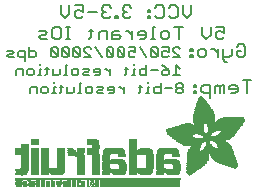
<source format=gbr>
G04 EAGLE Gerber RS-274X export*
G75*
%MOMM*%
%FSLAX34Y34*%
%LPD*%
%INSilkscreen Bottom*%
%IPPOS*%
%AMOC8*
5,1,8,0,0,1.08239X$1,22.5*%
G01*
%ADD10C,0.177800*%
%ADD11C,0.152400*%
%ADD12C,0.203200*%
%ADD13R,6.839700X0.016800*%
%ADD14R,0.268300X0.016800*%
%ADD15R,0.268200X0.016800*%
%ADD16R,0.251500X0.016800*%
%ADD17R,0.301800X0.016800*%
%ADD18R,0.251400X0.016800*%
%ADD19R,0.285000X0.016800*%
%ADD20R,0.301700X0.016800*%
%ADD21R,0.419100X0.016800*%
%ADD22R,0.318500X0.016800*%
%ADD23R,0.586700X0.016800*%
%ADD24R,0.586800X0.016800*%
%ADD25R,6.839700X0.016700*%
%ADD26R,0.268300X0.016700*%
%ADD27R,0.251400X0.016700*%
%ADD28R,0.251500X0.016700*%
%ADD29R,0.301800X0.016700*%
%ADD30R,0.285000X0.016700*%
%ADD31R,0.301700X0.016700*%
%ADD32R,0.419100X0.016700*%
%ADD33R,0.318500X0.016700*%
%ADD34R,0.586700X0.016700*%
%ADD35R,0.586800X0.016700*%
%ADD36R,0.318600X0.016800*%
%ADD37R,0.569900X0.016800*%
%ADD38R,0.335300X0.016800*%
%ADD39R,0.234700X0.016800*%
%ADD40R,0.234700X0.016700*%
%ADD41R,0.016700X0.016700*%
%ADD42R,0.318600X0.016700*%
%ADD43R,0.569900X0.016700*%
%ADD44R,0.335300X0.016700*%
%ADD45R,0.217900X0.016800*%
%ADD46R,0.033500X0.016800*%
%ADD47R,0.570000X0.016800*%
%ADD48R,0.201100X0.016700*%
%ADD49R,0.050300X0.016700*%
%ADD50R,0.670500X0.016700*%
%ADD51R,1.005800X0.016700*%
%ADD52R,0.570000X0.016700*%
%ADD53R,0.201100X0.016800*%
%ADD54R,0.067000X0.016800*%
%ADD55R,0.670500X0.016800*%
%ADD56R,1.005800X0.016800*%
%ADD57R,0.184400X0.016800*%
%ADD58R,0.989000X0.016800*%
%ADD59R,0.184400X0.016700*%
%ADD60R,0.067000X0.016700*%
%ADD61R,0.989000X0.016700*%
%ADD62R,0.167600X0.016800*%
%ADD63R,0.083800X0.016800*%
%ADD64R,0.637000X0.016800*%
%ADD65R,0.955500X0.016800*%
%ADD66R,0.150800X0.016800*%
%ADD67R,0.100600X0.016800*%
%ADD68R,0.536400X0.016800*%
%ADD69R,0.854900X0.016800*%
%ADD70R,0.150800X0.016700*%
%ADD71R,0.100600X0.016700*%
%ADD72R,0.352000X0.016700*%
%ADD73R,0.435900X0.016700*%
%ADD74R,0.402400X0.016700*%
%ADD75R,0.368800X0.016700*%
%ADD76R,0.134100X0.016800*%
%ADD77R,0.117300X0.016800*%
%ADD78R,0.435900X0.016800*%
%ADD79R,0.368900X0.016800*%
%ADD80R,0.603500X0.016800*%
%ADD81R,0.134100X0.016700*%
%ADD82R,0.117300X0.016700*%
%ADD83R,0.452600X0.016700*%
%ADD84R,0.620300X0.016700*%
%ADD85R,0.284900X0.016800*%
%ADD86R,0.486200X0.016800*%
%ADD87R,0.653800X0.016800*%
%ADD88R,0.804700X0.016800*%
%ADD89R,0.150900X0.016700*%
%ADD90R,0.268200X0.016700*%
%ADD91R,0.737600X0.016700*%
%ADD92R,0.603500X0.016700*%
%ADD93R,0.922000X0.016700*%
%ADD94R,0.150900X0.016800*%
%ADD95R,0.821400X0.016800*%
%ADD96R,0.972300X0.016800*%
%ADD97R,0.989100X0.016800*%
%ADD98R,0.083800X0.016700*%
%ADD99R,0.167600X0.016700*%
%ADD100R,0.821400X0.016700*%
%ADD101R,0.989100X0.016700*%
%ADD102R,0.201200X0.016700*%
%ADD103R,0.050300X0.016800*%
%ADD104R,0.201200X0.016800*%
%ADD105R,0.217900X0.016700*%
%ADD106R,0.284900X0.016700*%
%ADD107R,0.352100X0.016800*%
%ADD108R,0.620300X0.016800*%
%ADD109R,0.385600X0.016800*%
%ADD110R,0.335200X0.016800*%
%ADD111R,0.385600X0.016700*%
%ADD112R,0.687400X0.016700*%
%ADD113R,13.998000X0.016800*%
%ADD114R,13.998000X0.016700*%
%ADD115R,0.637000X0.016700*%
%ADD116R,0.486100X0.016700*%
%ADD117R,0.637100X0.016700*%
%ADD118R,0.519700X0.016700*%
%ADD119R,0.536500X0.016700*%
%ADD120R,0.787900X0.016800*%
%ADD121R,0.687400X0.016800*%
%ADD122R,0.771200X0.016800*%
%ADD123R,0.637100X0.016800*%
%ADD124R,0.720800X0.016800*%
%ADD125R,0.704100X0.016800*%
%ADD126R,0.754400X0.016800*%
%ADD127R,0.838200X0.016700*%
%ADD128R,0.871800X0.016700*%
%ADD129R,0.871700X0.016700*%
%ADD130R,0.402400X0.016800*%
%ADD131R,0.922100X0.016800*%
%ADD132R,0.938800X0.016800*%
%ADD133R,0.938800X0.016700*%
%ADD134R,1.022600X0.016700*%
%ADD135R,0.972400X0.016700*%
%ADD136R,0.972300X0.016700*%
%ADD137R,0.469400X0.016800*%
%ADD138R,1.072900X0.016800*%
%ADD139R,1.022600X0.016800*%
%ADD140R,1.005900X0.016800*%
%ADD141R,0.502900X0.016800*%
%ADD142R,1.123200X0.016800*%
%ADD143R,1.056200X0.016800*%
%ADD144R,1.123100X0.016800*%
%ADD145R,1.139900X0.016700*%
%ADD146R,1.089600X0.016700*%
%ADD147R,0.553200X0.016800*%
%ADD148R,1.190200X0.016800*%
%ADD149R,1.190300X0.016800*%
%ADD150R,1.039400X0.016800*%
%ADD151R,1.223700X0.016800*%
%ADD152R,1.173500X0.016800*%
%ADD153R,1.223800X0.016800*%
%ADD154R,1.240500X0.016700*%
%ADD155R,1.173500X0.016700*%
%ADD156R,1.240600X0.016700*%
%ADD157R,1.190300X0.016700*%
%ADD158R,1.056200X0.016700*%
%ADD159R,1.274100X0.016800*%
%ADD160R,1.274000X0.016800*%
%ADD161R,1.307600X0.016800*%
%ADD162R,1.257300X0.016800*%
%ADD163R,1.324400X0.016800*%
%ADD164R,0.687300X0.016700*%
%ADD165R,1.324400X0.016700*%
%ADD166R,1.307500X0.016700*%
%ADD167R,1.274100X0.016700*%
%ADD168R,1.072900X0.016700*%
%ADD169R,2.011600X0.016800*%
%ADD170R,1.324300X0.016800*%
%ADD171R,1.978100X0.016800*%
%ADD172R,2.011600X0.016700*%
%ADD173R,1.357900X0.016700*%
%ADD174R,1.994900X0.016700*%
%ADD175R,1.341200X0.016700*%
%ADD176R,1.089700X0.016700*%
%ADD177R,0.754300X0.016800*%
%ADD178R,1.994900X0.016800*%
%ADD179R,1.995000X0.016800*%
%ADD180R,1.089700X0.016800*%
%ADD181R,0.787900X0.016700*%
%ADD182R,1.995000X0.016700*%
%ADD183R,2.028400X0.016800*%
%ADD184R,2.011700X0.016800*%
%ADD185R,1.106500X0.016800*%
%ADD186R,2.028400X0.016700*%
%ADD187R,2.011700X0.016700*%
%ADD188R,1.106500X0.016700*%
%ADD189R,0.888400X0.016800*%
%ADD190R,0.922000X0.016800*%
%ADD191R,0.938700X0.016700*%
%ADD192R,2.045200X0.016800*%
%ADD193R,0.938700X0.016800*%
%ADD194R,0.670600X0.016700*%
%ADD195R,0.888500X0.016700*%
%ADD196R,2.045200X0.016700*%
%ADD197R,0.888400X0.016700*%
%ADD198R,0.804600X0.016800*%
%ADD199R,2.028500X0.016800*%
%ADD200R,1.056100X0.016700*%
%ADD201R,0.771100X0.016700*%
%ADD202R,0.754300X0.016700*%
%ADD203R,2.028500X0.016700*%
%ADD204R,0.737700X0.016700*%
%ADD205R,1.072800X0.016800*%
%ADD206R,0.871700X0.016800*%
%ADD207R,0.737600X0.016800*%
%ADD208R,0.871800X0.016800*%
%ADD209R,1.089600X0.016800*%
%ADD210R,0.704000X0.016800*%
%ADD211R,0.687300X0.016800*%
%ADD212R,0.670600X0.016800*%
%ADD213R,1.123100X0.016700*%
%ADD214R,0.720800X0.016700*%
%ADD215R,0.653700X0.016700*%
%ADD216R,0.653800X0.016700*%
%ADD217R,1.139900X0.016800*%
%ADD218R,1.173400X0.016800*%
%ADD219R,1.190200X0.016700*%
%ADD220R,1.207000X0.016800*%
%ADD221R,1.240500X0.016800*%
%ADD222R,0.469400X0.016700*%
%ADD223R,1.274000X0.016700*%
%ADD224R,0.519600X0.016800*%
%ADD225R,1.341100X0.016800*%
%ADD226R,0.771200X0.016700*%
%ADD227R,1.374600X0.016700*%
%ADD228R,0.838200X0.016800*%
%ADD229R,1.391400X0.016800*%
%ADD230R,1.424900X0.016800*%
%ADD231R,1.441700X0.016700*%
%ADD232R,1.475200X0.016800*%
%ADD233R,1.491900X0.016700*%
%ADD234R,1.525500X0.016800*%
%ADD235R,1.559000X0.016700*%
%ADD236R,1.575800X0.016800*%
%ADD237R,1.307600X0.016700*%
%ADD238R,1.592500X0.016700*%
%ADD239R,1.374700X0.016800*%
%ADD240R,1.609300X0.016800*%
%ADD241R,1.408200X0.016800*%
%ADD242R,1.626100X0.016800*%
%ADD243R,1.626100X0.016700*%
%ADD244R,1.508800X0.016800*%
%ADD245R,1.659600X0.016800*%
%ADD246R,1.559000X0.016800*%
%ADD247R,1.676400X0.016800*%
%ADD248R,1.575800X0.016700*%
%ADD249R,1.676400X0.016700*%
%ADD250R,1.978100X0.016700*%
%ADD251R,1.693100X0.016800*%
%ADD252R,1.642800X0.016800*%
%ADD253R,1.709900X0.016800*%
%ADD254R,1.961300X0.016800*%
%ADD255R,1.726600X0.016700*%
%ADD256R,1.961300X0.016700*%
%ADD257R,1.693200X0.016800*%
%ADD258R,1.726600X0.016800*%
%ADD259R,1.944600X0.016800*%
%ADD260R,1.726700X0.016700*%
%ADD261R,1.743400X0.016700*%
%ADD262R,1.944600X0.016700*%
%ADD263R,1.726700X0.016800*%
%ADD264R,1.760200X0.016800*%
%ADD265R,1.927800X0.016800*%
%ADD266R,1.911000X0.016800*%
%ADD267R,1.793700X0.016700*%
%ADD268R,1.776900X0.016700*%
%ADD269R,1.911100X0.016700*%
%ADD270R,1.894300X0.016700*%
%ADD271R,1.793800X0.016800*%
%ADD272R,1.776900X0.016800*%
%ADD273R,1.911100X0.016800*%
%ADD274R,1.894300X0.016800*%
%ADD275R,1.827300X0.016800*%
%ADD276R,1.810500X0.016800*%
%ADD277R,1.877500X0.016800*%
%ADD278R,1.844100X0.016700*%
%ADD279R,1.810500X0.016700*%
%ADD280R,1.860800X0.016700*%
%ADD281R,1.844000X0.016700*%
%ADD282R,1.860900X0.016800*%
%ADD283R,1.844000X0.016800*%
%ADD284R,1.827200X0.016800*%
%ADD285R,1.860800X0.016800*%
%ADD286R,1.793700X0.016800*%
%ADD287R,1.877600X0.016700*%
%ADD288R,1.827200X0.016700*%
%ADD289R,1.927800X0.016700*%
%ADD290R,1.927900X0.016800*%
%ADD291R,1.944700X0.016700*%
%ADD292R,1.877500X0.016700*%
%ADD293R,1.961400X0.016800*%
%ADD294R,1.961400X0.016700*%
%ADD295R,1.978200X0.016800*%
%ADD296R,1.911000X0.016700*%
%ADD297R,0.620200X0.016800*%
%ADD298R,1.425000X0.016800*%
%ADD299R,0.620200X0.016700*%
%ADD300R,1.425000X0.016700*%
%ADD301R,0.653700X0.016800*%
%ADD302R,0.704100X0.016700*%
%ADD303R,0.804700X0.016700*%
%ADD304R,0.905200X0.016800*%
%ADD305R,1.894400X0.016800*%
%ADD306R,1.927900X0.016700*%
%ADD307R,1.877600X0.016800*%
%ADD308R,3.889300X0.016800*%
%ADD309R,3.872500X0.016700*%
%ADD310R,3.872500X0.016800*%
%ADD311R,3.855700X0.016700*%
%ADD312R,0.754400X0.016700*%
%ADD313R,3.855700X0.016800*%
%ADD314R,3.839000X0.016800*%
%ADD315R,0.720900X0.016800*%
%ADD316R,3.822200X0.016700*%
%ADD317R,2.715700X0.016800*%
%ADD318R,2.632000X0.016800*%
%ADD319R,1.290800X0.016800*%
%ADD320R,2.615200X0.016700*%
%ADD321R,1.257300X0.016700*%
%ADD322R,2.581700X0.016800*%
%ADD323R,1.240600X0.016800*%
%ADD324R,2.564900X0.016800*%
%ADD325R,1.760300X0.016800*%
%ADD326R,2.531400X0.016700*%
%ADD327R,1.156700X0.016700*%
%ADD328R,2.514600X0.016800*%
%ADD329R,0.955600X0.016800*%
%ADD330R,2.497800X0.016800*%
%ADD331R,1.659700X0.016800*%
%ADD332R,2.464300X0.016700*%
%ADD333R,1.039300X0.016700*%
%ADD334R,2.447500X0.016800*%
%ADD335R,1.592500X0.016800*%
%ADD336R,0.536500X0.016800*%
%ADD337R,2.430800X0.016700*%
%ADD338R,1.559100X0.016700*%
%ADD339R,1.542300X0.016700*%
%ADD340R,0.502900X0.016700*%
%ADD341R,2.414000X0.016800*%
%ADD342R,0.905300X0.016800*%
%ADD343R,1.508700X0.016800*%
%ADD344R,0.888500X0.016800*%
%ADD345R,2.397300X0.016800*%
%ADD346R,1.441700X0.016800*%
%ADD347R,0.452700X0.016800*%
%ADD348R,1.290900X0.016700*%
%ADD349R,1.156700X0.016800*%
%ADD350R,0.855000X0.016800*%
%ADD351R,1.123200X0.016700*%
%ADD352R,0.720900X0.016700*%
%ADD353R,1.106400X0.016800*%
%ADD354R,1.106400X0.016700*%
%ADD355R,0.771100X0.016800*%
%ADD356R,0.435800X0.016700*%
%ADD357R,1.592600X0.016700*%
%ADD358R,0.435800X0.016800*%
%ADD359R,1.642900X0.016800*%
%ADD360R,0.402300X0.016800*%
%ADD361R,1.793800X0.016700*%
%ADD362R,0.368800X0.016800*%
%ADD363R,1.056100X0.016800*%
%ADD364R,1.039400X0.016700*%
%ADD365R,2.078800X0.016800*%
%ADD366R,0.335200X0.016700*%
%ADD367R,2.145800X0.016700*%
%ADD368R,2.162600X0.016800*%
%ADD369R,0.352000X0.016800*%
%ADD370R,2.212800X0.016800*%
%ADD371R,2.279900X0.016700*%
%ADD372R,2.330200X0.016800*%
%ADD373R,2.799500X0.016800*%
%ADD374R,2.816300X0.016700*%
%ADD375R,0.955500X0.016700*%
%ADD376R,2.849900X0.016800*%
%ADD377R,2.916900X0.016800*%
%ADD378R,4.224500X0.016700*%
%ADD379R,4.291600X0.016800*%
%ADD380R,4.409000X0.016800*%
%ADD381R,4.509500X0.016700*%
%ADD382R,4.526300X0.016800*%
%ADD383R,4.626800X0.016700*%
%ADD384R,4.693900X0.016800*%
%ADD385R,4.727400X0.016800*%
%ADD386R,2.548200X0.016700*%
%ADD387R,2.179300X0.016700*%
%ADD388R,2.430800X0.016800*%
%ADD389R,2.414000X0.016700*%
%ADD390R,2.414100X0.016800*%
%ADD391R,2.430700X0.016700*%
%ADD392R,2.447600X0.016700*%
%ADD393R,1.559100X0.016800*%
%ADD394R,1.525500X0.016700*%
%ADD395R,1.492000X0.016800*%
%ADD396R,1.491900X0.016800*%
%ADD397R,1.458500X0.016700*%
%ADD398R,2.061900X0.016800*%
%ADD399R,1.408100X0.016700*%
%ADD400R,0.905200X0.016700*%
%ADD401R,2.112300X0.016700*%
%ADD402R,2.179300X0.016800*%
%ADD403R,1.408200X0.016700*%
%ADD404R,2.212900X0.016700*%
%ADD405R,1.140000X0.016800*%
%ADD406R,3.319300X0.016800*%
%ADD407R,1.374700X0.016700*%
%ADD408R,0.402300X0.016700*%
%ADD409R,3.302500X0.016700*%
%ADD410R,3.285700X0.016800*%
%ADD411R,1.357900X0.016800*%
%ADD412R,3.269000X0.016800*%
%ADD413R,3.285800X0.016700*%
%ADD414R,3.268900X0.016800*%
%ADD415R,0.452700X0.016700*%
%ADD416R,3.268900X0.016700*%
%ADD417R,1.391400X0.016700*%
%ADD418R,3.269000X0.016700*%
%ADD419R,1.374600X0.016800*%
%ADD420R,0.519700X0.016800*%
%ADD421R,3.252200X0.016800*%
%ADD422R,3.235400X0.016800*%
%ADD423R,3.235400X0.016700*%
%ADD424R,3.218600X0.016800*%
%ADD425R,3.201900X0.016800*%
%ADD426R,3.201900X0.016700*%
%ADD427R,1.458500X0.016800*%
%ADD428R,1.525600X0.016800*%
%ADD429R,3.185100X0.016800*%
%ADD430R,2.531300X0.016700*%
%ADD431R,3.168400X0.016700*%
%ADD432R,2.531300X0.016800*%
%ADD433R,3.151600X0.016800*%
%ADD434R,2.548100X0.016800*%
%ADD435R,3.134900X0.016800*%
%ADD436R,2.564900X0.016700*%
%ADD437R,3.118100X0.016700*%
%ADD438R,2.581600X0.016800*%
%ADD439R,3.101400X0.016800*%
%ADD440R,2.598400X0.016700*%
%ADD441R,3.067900X0.016700*%
%ADD442R,2.598400X0.016800*%
%ADD443R,3.034300X0.016800*%
%ADD444R,2.615100X0.016800*%
%ADD445R,3.000800X0.016800*%
%ADD446R,2.631900X0.016700*%
%ADD447R,2.950500X0.016700*%
%ADD448R,2.648700X0.016800*%
%ADD449R,2.900200X0.016800*%
%ADD450R,2.665500X0.016800*%
%ADD451R,2.682200X0.016700*%
%ADD452R,2.799600X0.016700*%
%ADD453R,2.699000X0.016800*%
%ADD454R,2.732500X0.016800*%
%ADD455R,2.749300X0.016700*%
%ADD456R,2.632000X0.016700*%
%ADD457R,2.749300X0.016800*%
%ADD458R,2.766100X0.016700*%
%ADD459R,2.766100X0.016800*%
%ADD460R,2.481100X0.016800*%
%ADD461R,2.782900X0.016800*%
%ADD462R,2.380500X0.016700*%
%ADD463R,2.833100X0.016800*%
%ADD464R,1.592600X0.016800*%
%ADD465R,2.849900X0.016700*%
%ADD466R,2.883400X0.016800*%
%ADD467R,2.917000X0.016700*%
%ADD468R,2.933700X0.016800*%
%ADD469R,2.967200X0.016800*%
%ADD470R,2.967200X0.016700*%
%ADD471R,3.017500X0.016700*%
%ADD472R,3.051000X0.016800*%
%ADD473R,0.788000X0.016800*%
%ADD474R,3.084600X0.016800*%
%ADD475R,2.397300X0.016700*%
%ADD476R,2.397200X0.016800*%
%ADD477R,1.760200X0.016700*%
%ADD478R,2.397200X0.016700*%
%ADD479R,1.827300X0.016700*%
%ADD480R,2.380500X0.016800*%
%ADD481R,2.363700X0.016800*%
%ADD482R,2.363700X0.016700*%
%ADD483R,2.346900X0.016800*%
%ADD484R,2.296600X0.016700*%
%ADD485R,2.279900X0.016800*%
%ADD486R,2.246300X0.016800*%
%ADD487R,2.229600X0.016700*%
%ADD488R,2.129100X0.016800*%
%ADD489R,2.112300X0.016800*%
%ADD490R,1.609300X0.016700*%
%ADD491R,1.743400X0.016800*%
%ADD492R,1.693100X0.016700*%
%ADD493R,1.659700X0.016700*%
%ADD494R,1.575900X0.016800*%
%ADD495R,1.575900X0.016700*%
%ADD496R,1.475200X0.016700*%
%ADD497R,1.324300X0.016700*%
%ADD498R,1.290800X0.016700*%
%ADD499R,1.207000X0.016700*%
%ADD500R,0.854900X0.016700*%
%ADD501R,0.821500X0.016700*%
%ADD502R,0.821500X0.016800*%
%ADD503R,0.218000X0.016800*%


D10*
X204851Y182000D02*
X204851Y174713D01*
X201207Y171069D01*
X197563Y174713D01*
X197563Y182000D01*
X187691Y182000D02*
X185870Y180178D01*
X187691Y182000D02*
X191335Y182000D01*
X193157Y180178D01*
X193157Y172891D01*
X191335Y171069D01*
X187691Y171069D01*
X185870Y172891D01*
X175997Y182000D02*
X174176Y180178D01*
X175997Y182000D02*
X179641Y182000D01*
X181463Y180178D01*
X181463Y172891D01*
X179641Y171069D01*
X175997Y171069D01*
X174176Y172891D01*
X169769Y178357D02*
X167947Y178357D01*
X167947Y176535D01*
X169769Y176535D01*
X169769Y178357D01*
X169769Y172891D02*
X167947Y172891D01*
X167947Y171069D01*
X169769Y171069D01*
X169769Y172891D01*
X154051Y180178D02*
X152229Y182000D01*
X148585Y182000D01*
X146763Y180178D01*
X146763Y178357D01*
X148585Y176535D01*
X150407Y176535D01*
X148585Y176535D02*
X146763Y174713D01*
X146763Y172891D01*
X148585Y171069D01*
X152229Y171069D01*
X154051Y172891D01*
X142357Y172891D02*
X142357Y171069D01*
X142357Y172891D02*
X140535Y172891D01*
X140535Y171069D01*
X142357Y171069D01*
X136510Y180178D02*
X134688Y182000D01*
X131044Y182000D01*
X129223Y180178D01*
X129223Y178357D01*
X131044Y176535D01*
X132866Y176535D01*
X131044Y176535D02*
X129223Y174713D01*
X129223Y172891D01*
X131044Y171069D01*
X134688Y171069D01*
X136510Y172891D01*
X124816Y176535D02*
X117529Y176535D01*
X113122Y182000D02*
X105835Y182000D01*
X113122Y182000D02*
X113122Y176535D01*
X109478Y178357D01*
X107656Y178357D01*
X105835Y176535D01*
X105835Y172891D01*
X107656Y171069D01*
X111300Y171069D01*
X113122Y172891D01*
X101428Y174713D02*
X101428Y182000D01*
X101428Y174713D02*
X97784Y171069D01*
X94141Y174713D01*
X94141Y182000D01*
X243283Y147158D02*
X245105Y148980D01*
X248749Y148980D01*
X250571Y147158D01*
X250571Y139871D01*
X248749Y138049D01*
X245105Y138049D01*
X243283Y139871D01*
X243283Y143515D01*
X246927Y143515D01*
X238877Y145337D02*
X238877Y139871D01*
X237055Y138049D01*
X231590Y138049D01*
X231590Y136227D02*
X231590Y145337D01*
X231590Y136227D02*
X233411Y134405D01*
X235233Y134405D01*
X227183Y138049D02*
X227183Y145337D01*
X227183Y141693D02*
X223539Y145337D01*
X221717Y145337D01*
X215616Y138049D02*
X211972Y138049D01*
X210151Y139871D01*
X210151Y143515D01*
X211972Y145337D01*
X215616Y145337D01*
X217438Y143515D01*
X217438Y139871D01*
X215616Y138049D01*
X205744Y145337D02*
X203922Y145337D01*
X203922Y143515D01*
X205744Y143515D01*
X205744Y145337D01*
X205744Y139871D02*
X203922Y139871D01*
X203922Y138049D01*
X205744Y138049D01*
X205744Y139871D01*
D11*
X194818Y137922D02*
X189056Y137922D01*
X194818Y137922D02*
X189056Y143684D01*
X189056Y145125D01*
X190496Y146565D01*
X193377Y146565D01*
X194818Y145125D01*
X185463Y146565D02*
X179701Y146565D01*
X185463Y146565D02*
X185463Y142244D01*
X182582Y143684D01*
X181141Y143684D01*
X179701Y142244D01*
X179701Y139363D01*
X181141Y137922D01*
X184022Y137922D01*
X185463Y139363D01*
X176108Y139363D02*
X176108Y145125D01*
X174667Y146565D01*
X171786Y146565D01*
X170345Y145125D01*
X170345Y139363D01*
X171786Y137922D01*
X174667Y137922D01*
X176108Y139363D01*
X170345Y145125D01*
X166752Y137922D02*
X160990Y146565D01*
X157397Y146565D02*
X151635Y146565D01*
X157397Y146565D02*
X157397Y142244D01*
X154516Y143684D01*
X153076Y143684D01*
X151635Y142244D01*
X151635Y139363D01*
X153076Y137922D01*
X155957Y137922D01*
X157397Y139363D01*
X148042Y139363D02*
X148042Y145125D01*
X146602Y146565D01*
X143720Y146565D01*
X142280Y145125D01*
X142280Y139363D01*
X143720Y137922D01*
X146602Y137922D01*
X148042Y139363D01*
X142280Y145125D01*
X138687Y145125D02*
X138687Y139363D01*
X138687Y145125D02*
X137246Y146565D01*
X134365Y146565D01*
X132925Y145125D01*
X132925Y139363D01*
X134365Y137922D01*
X137246Y137922D01*
X138687Y139363D01*
X132925Y145125D01*
X129332Y137922D02*
X123569Y146565D01*
X119977Y137922D02*
X114214Y137922D01*
X114214Y143684D02*
X119977Y137922D01*
X114214Y143684D02*
X114214Y145125D01*
X115655Y146565D01*
X118536Y146565D01*
X119977Y145125D01*
X110621Y145125D02*
X110621Y139363D01*
X110621Y145125D02*
X109181Y146565D01*
X106300Y146565D01*
X104859Y145125D01*
X104859Y139363D01*
X106300Y137922D01*
X109181Y137922D01*
X110621Y139363D01*
X104859Y145125D01*
X101266Y145125D02*
X101266Y139363D01*
X101266Y145125D02*
X99826Y146565D01*
X96944Y146565D01*
X95504Y145125D01*
X95504Y139363D01*
X96944Y137922D01*
X99826Y137922D01*
X101266Y139363D01*
X95504Y145125D01*
X91911Y145125D02*
X91911Y139363D01*
X91911Y145125D02*
X90470Y146565D01*
X87589Y146565D01*
X86149Y145125D01*
X86149Y139363D01*
X87589Y137922D01*
X90470Y137922D01*
X91911Y139363D01*
X86149Y145125D01*
X67438Y146565D02*
X67438Y137922D01*
X71760Y137922D01*
X73201Y139363D01*
X73201Y142244D01*
X71760Y143684D01*
X67438Y143684D01*
X63845Y143684D02*
X63845Y135041D01*
X63845Y143684D02*
X59524Y143684D01*
X58083Y142244D01*
X58083Y139363D01*
X59524Y137922D01*
X63845Y137922D01*
X54490Y137922D02*
X50169Y137922D01*
X48728Y139363D01*
X50169Y140803D01*
X53050Y140803D01*
X54490Y142244D01*
X53050Y143684D01*
X48728Y143684D01*
X191937Y131325D02*
X194818Y128444D01*
X191937Y131325D02*
X191937Y122682D01*
X194818Y122682D02*
X189056Y122682D01*
X182582Y129885D02*
X179701Y131325D01*
X182582Y129885D02*
X185463Y127004D01*
X185463Y124123D01*
X184022Y122682D01*
X181141Y122682D01*
X179701Y124123D01*
X179701Y125563D01*
X181141Y127004D01*
X185463Y127004D01*
X176108Y127004D02*
X170345Y127004D01*
X166752Y131325D02*
X166752Y122682D01*
X162431Y122682D01*
X160990Y124123D01*
X160990Y127004D01*
X162431Y128444D01*
X166752Y128444D01*
X157397Y128444D02*
X155957Y128444D01*
X155957Y122682D01*
X157397Y122682D02*
X154516Y122682D01*
X155957Y131325D02*
X155957Y132766D01*
X149720Y129885D02*
X149720Y124123D01*
X148279Y122682D01*
X148279Y128444D02*
X151160Y128444D01*
X135569Y128444D02*
X135569Y122682D01*
X135569Y125563D02*
X132687Y128444D01*
X131247Y128444D01*
X126332Y122682D02*
X123451Y122682D01*
X126332Y122682D02*
X127773Y124123D01*
X127773Y127004D01*
X126332Y128444D01*
X123451Y128444D01*
X122010Y127004D01*
X122010Y125563D01*
X127773Y125563D01*
X118417Y122682D02*
X114096Y122682D01*
X112655Y124123D01*
X114096Y125563D01*
X116977Y125563D01*
X118417Y127004D01*
X116977Y128444D01*
X112655Y128444D01*
X107622Y122682D02*
X104740Y122682D01*
X103300Y124123D01*
X103300Y127004D01*
X104740Y128444D01*
X107622Y128444D01*
X109062Y127004D01*
X109062Y124123D01*
X107622Y122682D01*
X99707Y131325D02*
X98266Y131325D01*
X98266Y122682D01*
X96826Y122682D02*
X99707Y122682D01*
X93470Y124123D02*
X93470Y128444D01*
X93470Y124123D02*
X92030Y122682D01*
X87708Y122682D01*
X87708Y128444D01*
X82674Y129885D02*
X82674Y124123D01*
X81234Y122682D01*
X81234Y128444D02*
X84115Y128444D01*
X77878Y128444D02*
X76438Y128444D01*
X76438Y122682D01*
X77878Y122682D02*
X74997Y122682D01*
X76438Y131325D02*
X76438Y132766D01*
X70201Y122682D02*
X67320Y122682D01*
X65879Y124123D01*
X65879Y127004D01*
X67320Y128444D01*
X70201Y128444D01*
X71641Y127004D01*
X71641Y124123D01*
X70201Y122682D01*
X62286Y122682D02*
X62286Y128444D01*
X57965Y128444D01*
X56524Y127004D01*
X56524Y122682D01*
X195917Y116085D02*
X197358Y114645D01*
X195917Y116085D02*
X193036Y116085D01*
X191596Y114645D01*
X191596Y113204D01*
X193036Y111764D01*
X191596Y110323D01*
X191596Y108883D01*
X193036Y107442D01*
X195917Y107442D01*
X197358Y108883D01*
X197358Y110323D01*
X195917Y111764D01*
X197358Y113204D01*
X197358Y114645D01*
X195917Y111764D02*
X193036Y111764D01*
X188003Y111764D02*
X182241Y111764D01*
X178648Y116085D02*
X178648Y107442D01*
X174326Y107442D01*
X172885Y108883D01*
X172885Y111764D01*
X174326Y113204D01*
X178648Y113204D01*
X169292Y113204D02*
X167852Y113204D01*
X167852Y107442D01*
X169292Y107442D02*
X166411Y107442D01*
X167852Y116085D02*
X167852Y117526D01*
X161615Y114645D02*
X161615Y108883D01*
X160175Y107442D01*
X160175Y113204D02*
X163056Y113204D01*
X147464Y113204D02*
X147464Y107442D01*
X147464Y110323D02*
X144583Y113204D01*
X143142Y113204D01*
X138227Y107442D02*
X135346Y107442D01*
X138227Y107442D02*
X139668Y108883D01*
X139668Y111764D01*
X138227Y113204D01*
X135346Y113204D01*
X133905Y111764D01*
X133905Y110323D01*
X139668Y110323D01*
X130313Y107442D02*
X125991Y107442D01*
X124550Y108883D01*
X125991Y110323D01*
X128872Y110323D01*
X130313Y111764D01*
X128872Y113204D01*
X124550Y113204D01*
X119517Y107442D02*
X116636Y107442D01*
X115195Y108883D01*
X115195Y111764D01*
X116636Y113204D01*
X119517Y113204D01*
X120957Y111764D01*
X120957Y108883D01*
X119517Y107442D01*
X111602Y116085D02*
X110162Y116085D01*
X110162Y107442D01*
X111602Y107442D02*
X108721Y107442D01*
X105365Y108883D02*
X105365Y113204D01*
X105365Y108883D02*
X103925Y107442D01*
X99603Y107442D01*
X99603Y113204D01*
X94570Y114645D02*
X94570Y108883D01*
X93129Y107442D01*
X93129Y113204D02*
X96010Y113204D01*
X89773Y113204D02*
X88333Y113204D01*
X88333Y107442D01*
X89773Y107442D02*
X86892Y107442D01*
X88333Y116085D02*
X88333Y117526D01*
X82096Y107442D02*
X79215Y107442D01*
X77774Y108883D01*
X77774Y111764D01*
X79215Y113204D01*
X82096Y113204D01*
X83537Y111764D01*
X83537Y108883D01*
X82096Y107442D01*
X74181Y107442D02*
X74181Y113204D01*
X69860Y113204D01*
X68419Y111764D01*
X68419Y107442D01*
D10*
X252007Y107569D02*
X252007Y118500D01*
X255651Y118500D02*
X248363Y118500D01*
X242135Y107569D02*
X238491Y107569D01*
X242135Y107569D02*
X243957Y109391D01*
X243957Y113035D01*
X242135Y114857D01*
X238491Y114857D01*
X236670Y113035D01*
X236670Y111213D01*
X243957Y111213D01*
X232263Y107569D02*
X232263Y114857D01*
X230441Y114857D01*
X228619Y113035D01*
X228619Y107569D01*
X228619Y113035D02*
X226797Y114857D01*
X224976Y113035D01*
X224976Y107569D01*
X220569Y103925D02*
X220569Y114857D01*
X215103Y114857D01*
X213282Y113035D01*
X213282Y109391D01*
X215103Y107569D01*
X220569Y107569D01*
X208875Y114857D02*
X207053Y114857D01*
X207053Y113035D01*
X208875Y113035D01*
X208875Y114857D01*
X208875Y109391D02*
X207053Y109391D01*
X207053Y107569D01*
X208875Y107569D01*
X208875Y109391D01*
D12*
X225546Y164093D02*
X232664Y164093D01*
X232664Y158755D01*
X229105Y160534D01*
X227325Y160534D01*
X225546Y158755D01*
X225546Y155196D01*
X227325Y153416D01*
X230885Y153416D01*
X232664Y155196D01*
X220970Y156975D02*
X220970Y164093D01*
X220970Y156975D02*
X217411Y153416D01*
X213852Y156975D01*
X213852Y164093D01*
X194023Y164093D02*
X194023Y153416D01*
X197582Y164093D02*
X190464Y164093D01*
X184109Y153416D02*
X180550Y153416D01*
X178770Y155196D01*
X178770Y158755D01*
X180550Y160534D01*
X184109Y160534D01*
X185888Y158755D01*
X185888Y155196D01*
X184109Y153416D01*
X174194Y164093D02*
X172415Y164093D01*
X172415Y153416D01*
X174194Y153416D02*
X170635Y153416D01*
X164619Y153416D02*
X161060Y153416D01*
X164619Y153416D02*
X166398Y155196D01*
X166398Y158755D01*
X164619Y160534D01*
X161060Y160534D01*
X159280Y158755D01*
X159280Y156975D01*
X166398Y156975D01*
X154704Y153416D02*
X154704Y160534D01*
X154704Y156975D02*
X151145Y160534D01*
X149366Y160534D01*
X143180Y160534D02*
X139621Y160534D01*
X137841Y158755D01*
X137841Y153416D01*
X143180Y153416D01*
X144959Y155196D01*
X143180Y156975D01*
X137841Y156975D01*
X133265Y153416D02*
X133265Y160534D01*
X127927Y160534D01*
X126147Y158755D01*
X126147Y153416D01*
X119792Y155196D02*
X119792Y162314D01*
X119792Y155196D02*
X118012Y153416D01*
X118012Y160534D02*
X121571Y160534D01*
X102081Y153416D02*
X98522Y153416D01*
X100302Y153416D02*
X100302Y164093D01*
X102081Y164093D02*
X98522Y164093D01*
X92506Y164093D02*
X88947Y164093D01*
X92506Y164093D02*
X94285Y162314D01*
X94285Y155196D01*
X92506Y153416D01*
X88947Y153416D01*
X87167Y155196D01*
X87167Y162314D01*
X88947Y164093D01*
X82591Y153416D02*
X77253Y153416D01*
X75473Y155196D01*
X77253Y156975D01*
X80812Y156975D01*
X82591Y158755D01*
X80812Y160534D01*
X75473Y160534D01*
D13*
X161522Y27940D03*
D14*
X124976Y27940D03*
D15*
X121455Y27940D03*
D16*
X117013Y27940D03*
D14*
X113409Y27940D03*
D17*
X109385Y27940D03*
D18*
X105278Y27940D03*
D19*
X101422Y27940D03*
D20*
X97483Y27940D03*
D21*
X92873Y27940D03*
X87676Y27940D03*
D22*
X82982Y27940D03*
D19*
X78958Y27940D03*
X75103Y27940D03*
D23*
X69571Y27940D03*
D20*
X64123Y27940D03*
D24*
X58674Y27940D03*
D25*
X161522Y28108D03*
D26*
X124976Y28108D03*
D27*
X121539Y28108D03*
D28*
X117013Y28108D03*
D29*
X113241Y28108D03*
D30*
X109301Y28108D03*
D31*
X105362Y28108D03*
D30*
X101422Y28108D03*
D31*
X97483Y28108D03*
D32*
X92873Y28108D03*
X87676Y28108D03*
D33*
X82982Y28108D03*
D30*
X78958Y28108D03*
X75103Y28108D03*
D34*
X69571Y28108D03*
D33*
X64207Y28108D03*
D35*
X58674Y28108D03*
D13*
X161522Y28275D03*
D14*
X124976Y28275D03*
D18*
X121539Y28275D03*
D16*
X117013Y28275D03*
D36*
X113157Y28275D03*
D14*
X109218Y28275D03*
D22*
X105278Y28275D03*
D19*
X101422Y28275D03*
D22*
X97567Y28275D03*
D21*
X92873Y28275D03*
X87676Y28275D03*
D22*
X82982Y28275D03*
D19*
X78958Y28275D03*
X75103Y28275D03*
D37*
X69655Y28275D03*
D38*
X64123Y28275D03*
D24*
X58674Y28275D03*
D13*
X161522Y28443D03*
D14*
X124976Y28443D03*
D39*
X121623Y28443D03*
D16*
X117013Y28443D03*
D36*
X113157Y28443D03*
D14*
X109218Y28443D03*
D22*
X105278Y28443D03*
D18*
X101422Y28443D03*
D22*
X97567Y28443D03*
D21*
X92873Y28443D03*
X87676Y28443D03*
D22*
X82982Y28443D03*
D19*
X78958Y28443D03*
X75103Y28443D03*
D37*
X69655Y28443D03*
D38*
X64123Y28443D03*
D24*
X58674Y28443D03*
D25*
X161522Y28611D03*
D26*
X124976Y28611D03*
D40*
X121623Y28611D03*
D41*
X119360Y28611D03*
D28*
X117013Y28611D03*
D42*
X113157Y28611D03*
D26*
X109218Y28611D03*
D33*
X105278Y28611D03*
D27*
X101422Y28611D03*
D33*
X97567Y28611D03*
D32*
X92873Y28611D03*
X87676Y28611D03*
D33*
X82982Y28611D03*
D30*
X78958Y28611D03*
X75103Y28611D03*
D43*
X69655Y28611D03*
D44*
X64123Y28611D03*
D35*
X58674Y28611D03*
D13*
X161522Y28778D03*
D14*
X124976Y28778D03*
D45*
X121707Y28778D03*
D46*
X119444Y28778D03*
D16*
X117013Y28778D03*
D36*
X113157Y28778D03*
D14*
X109218Y28778D03*
D22*
X105278Y28778D03*
D18*
X101422Y28778D03*
D22*
X97567Y28778D03*
D21*
X92873Y28778D03*
X87676Y28778D03*
D20*
X83066Y28778D03*
D19*
X78958Y28778D03*
X75103Y28778D03*
D37*
X69655Y28778D03*
D38*
X64123Y28778D03*
D47*
X58590Y28778D03*
D13*
X161522Y28946D03*
D14*
X124976Y28946D03*
D45*
X121707Y28946D03*
D46*
X119444Y28946D03*
D16*
X117013Y28946D03*
D36*
X113157Y28946D03*
D14*
X109218Y28946D03*
D22*
X105278Y28946D03*
D18*
X101422Y28946D03*
D22*
X97567Y28946D03*
D21*
X92873Y28946D03*
X87676Y28946D03*
D20*
X83066Y28946D03*
D19*
X78958Y28946D03*
X75103Y28946D03*
D37*
X69655Y28946D03*
D38*
X64123Y28946D03*
D47*
X58590Y28946D03*
D25*
X161522Y29114D03*
D26*
X124976Y29114D03*
D48*
X121791Y29114D03*
D49*
X119528Y29114D03*
D28*
X117013Y29114D03*
D42*
X113157Y29114D03*
D26*
X109218Y29114D03*
D33*
X105278Y29114D03*
D50*
X99327Y29114D03*
D32*
X92873Y29114D03*
X87676Y29114D03*
D31*
X83066Y29114D03*
D29*
X79042Y29114D03*
D30*
X75103Y29114D03*
D51*
X67475Y29114D03*
D52*
X58590Y29114D03*
D13*
X161522Y29281D03*
D14*
X124976Y29281D03*
D53*
X121791Y29281D03*
D54*
X119611Y29281D03*
D16*
X117013Y29281D03*
D36*
X113157Y29281D03*
D16*
X109134Y29281D03*
D22*
X105278Y29281D03*
D55*
X99327Y29281D03*
D21*
X92873Y29281D03*
X87676Y29281D03*
D20*
X83066Y29281D03*
D17*
X79042Y29281D03*
D19*
X75103Y29281D03*
D56*
X67475Y29281D03*
D24*
X58674Y29281D03*
D13*
X161522Y29449D03*
D14*
X124976Y29449D03*
D57*
X121874Y29449D03*
D54*
X119611Y29449D03*
D16*
X117013Y29449D03*
D38*
X113074Y29449D03*
D16*
X109134Y29449D03*
D22*
X105278Y29449D03*
D55*
X99327Y29449D03*
D21*
X92873Y29449D03*
X87676Y29449D03*
D20*
X83066Y29449D03*
D17*
X79042Y29449D03*
D19*
X75103Y29449D03*
D58*
X67559Y29449D03*
D24*
X58674Y29449D03*
D25*
X161522Y29617D03*
D26*
X124976Y29617D03*
D59*
X121874Y29617D03*
D60*
X119611Y29617D03*
D28*
X117013Y29617D03*
D44*
X113074Y29617D03*
D28*
X109134Y29617D03*
D33*
X105278Y29617D03*
D50*
X99327Y29617D03*
D32*
X92873Y29617D03*
X87676Y29617D03*
D30*
X83149Y29617D03*
D42*
X79126Y29617D03*
D30*
X75103Y29617D03*
D61*
X67559Y29617D03*
D35*
X58674Y29617D03*
D13*
X161522Y29784D03*
D14*
X124976Y29784D03*
D62*
X121958Y29784D03*
D63*
X119695Y29784D03*
D16*
X117013Y29784D03*
D38*
X113074Y29784D03*
D16*
X109134Y29784D03*
D22*
X105278Y29784D03*
D64*
X99494Y29784D03*
D21*
X92873Y29784D03*
X87676Y29784D03*
D36*
X79126Y29784D03*
D19*
X75103Y29784D03*
D65*
X67727Y29784D03*
D24*
X58674Y29784D03*
D13*
X161522Y29952D03*
D14*
X124976Y29952D03*
D66*
X122042Y29952D03*
D67*
X119779Y29952D03*
D16*
X117013Y29952D03*
D38*
X113074Y29952D03*
D16*
X109134Y29952D03*
D22*
X105278Y29952D03*
D68*
X99997Y29952D03*
D21*
X92873Y29952D03*
X87676Y29952D03*
D38*
X79210Y29952D03*
D19*
X75103Y29952D03*
D69*
X68230Y29952D03*
D24*
X58674Y29952D03*
D25*
X161522Y30120D03*
D26*
X124976Y30120D03*
D70*
X122042Y30120D03*
D71*
X119779Y30120D03*
D28*
X117013Y30120D03*
D44*
X113074Y30120D03*
D28*
X109134Y30120D03*
D33*
X105278Y30120D03*
D72*
X100919Y30120D03*
D73*
X92957Y30120D03*
D32*
X87676Y30120D03*
D74*
X79545Y30120D03*
D30*
X75103Y30120D03*
D75*
X67643Y30120D03*
D35*
X58674Y30120D03*
D13*
X161522Y30287D03*
D14*
X124976Y30287D03*
D76*
X122126Y30287D03*
D77*
X119863Y30287D03*
D16*
X117013Y30287D03*
D38*
X113074Y30287D03*
D16*
X109134Y30287D03*
D22*
X105278Y30287D03*
D20*
X101171Y30287D03*
D78*
X92957Y30287D03*
D21*
X87676Y30287D03*
D79*
X79378Y30287D03*
D19*
X75103Y30287D03*
D22*
X67895Y30287D03*
D80*
X58758Y30287D03*
D25*
X161522Y30455D03*
D26*
X124976Y30455D03*
D81*
X122126Y30455D03*
D82*
X119863Y30455D03*
D28*
X117013Y30455D03*
D44*
X113074Y30455D03*
D28*
X109134Y30455D03*
D33*
X105278Y30455D03*
D31*
X101171Y30455D03*
D83*
X93040Y30455D03*
D32*
X87676Y30455D03*
D44*
X79210Y30455D03*
D30*
X75103Y30455D03*
D33*
X67895Y30455D03*
D84*
X58842Y30455D03*
D13*
X161522Y30622D03*
D14*
X124976Y30622D03*
D77*
X122210Y30622D03*
X119863Y30622D03*
D16*
X117013Y30622D03*
D38*
X113074Y30622D03*
D16*
X109134Y30622D03*
D22*
X105278Y30622D03*
D85*
X101255Y30622D03*
D86*
X93208Y30622D03*
D21*
X87676Y30622D03*
D15*
X83233Y30622D03*
D36*
X79126Y30622D03*
D19*
X75103Y30622D03*
D17*
X67978Y30622D03*
D87*
X59009Y30622D03*
D13*
X161522Y30790D03*
D14*
X124976Y30790D03*
D77*
X122210Y30790D03*
D76*
X119947Y30790D03*
D16*
X117013Y30790D03*
D38*
X113074Y30790D03*
D16*
X109134Y30790D03*
D22*
X105278Y30790D03*
D15*
X101338Y30790D03*
D64*
X93962Y30790D03*
D21*
X87676Y30790D03*
D20*
X83066Y30790D03*
D17*
X79042Y30790D03*
D19*
X75103Y30790D03*
D17*
X67978Y30790D03*
D88*
X59764Y30790D03*
D25*
X161522Y30958D03*
D26*
X124976Y30958D03*
D71*
X122293Y30958D03*
D89*
X120031Y30958D03*
D28*
X117013Y30958D03*
D44*
X113074Y30958D03*
D28*
X109134Y30958D03*
D33*
X105278Y30958D03*
D90*
X101338Y30958D03*
D91*
X94465Y30958D03*
D32*
X87676Y30958D03*
D31*
X83066Y30958D03*
D29*
X79042Y30958D03*
D30*
X75103Y30958D03*
D92*
X69487Y30958D03*
D93*
X60350Y30958D03*
D13*
X161522Y31125D03*
D14*
X124976Y31125D03*
D67*
X122293Y31125D03*
D94*
X120031Y31125D03*
D16*
X117013Y31125D03*
D38*
X113074Y31125D03*
D16*
X109134Y31125D03*
D22*
X105278Y31125D03*
D15*
X101338Y31125D03*
D95*
X94884Y31125D03*
D21*
X87676Y31125D03*
D22*
X82982Y31125D03*
D19*
X78958Y31125D03*
X75103Y31125D03*
D23*
X69571Y31125D03*
D96*
X60602Y31125D03*
D13*
X161522Y31293D03*
D14*
X124976Y31293D03*
D63*
X122377Y31293D03*
D62*
X120114Y31293D03*
D16*
X117013Y31293D03*
D36*
X113157Y31293D03*
D16*
X109134Y31293D03*
D22*
X105278Y31293D03*
D15*
X101338Y31293D03*
D95*
X94884Y31293D03*
D21*
X87676Y31293D03*
D22*
X82982Y31293D03*
D19*
X78958Y31293D03*
X75103Y31293D03*
D23*
X69571Y31293D03*
D97*
X60686Y31293D03*
D25*
X161522Y31461D03*
D26*
X124976Y31461D03*
D98*
X122377Y31461D03*
D99*
X120114Y31461D03*
D28*
X117013Y31461D03*
D42*
X113157Y31461D03*
D28*
X109134Y31461D03*
D33*
X105278Y31461D03*
D90*
X101338Y31461D03*
D100*
X94884Y31461D03*
D32*
X87676Y31461D03*
D33*
X82982Y31461D03*
D30*
X78958Y31461D03*
X75103Y31461D03*
D34*
X69571Y31461D03*
D101*
X60686Y31461D03*
D13*
X161522Y31628D03*
D14*
X124976Y31628D03*
D54*
X122461Y31628D03*
D57*
X120198Y31628D03*
D16*
X117013Y31628D03*
D36*
X113157Y31628D03*
D14*
X109218Y31628D03*
D22*
X105278Y31628D03*
D15*
X101338Y31628D03*
D95*
X94884Y31628D03*
D21*
X87676Y31628D03*
D22*
X82982Y31628D03*
D19*
X78958Y31628D03*
X75103Y31628D03*
D23*
X69571Y31628D03*
D97*
X60686Y31628D03*
D13*
X161522Y31796D03*
D14*
X124976Y31796D03*
D54*
X122461Y31796D03*
D57*
X120198Y31796D03*
D16*
X117013Y31796D03*
D36*
X113157Y31796D03*
D14*
X109218Y31796D03*
D22*
X105278Y31796D03*
D15*
X101338Y31796D03*
D95*
X94884Y31796D03*
D21*
X87676Y31796D03*
D22*
X82982Y31796D03*
D19*
X78958Y31796D03*
X75103Y31796D03*
D23*
X69571Y31796D03*
D97*
X60686Y31796D03*
D25*
X161522Y31964D03*
D26*
X124976Y31964D03*
D49*
X122545Y31964D03*
D102*
X120282Y31964D03*
D28*
X117013Y31964D03*
D42*
X113157Y31964D03*
D26*
X109218Y31964D03*
D33*
X105278Y31964D03*
D90*
X101338Y31964D03*
D31*
X97483Y31964D03*
D73*
X92957Y31964D03*
D32*
X87676Y31964D03*
D33*
X82982Y31964D03*
D30*
X78958Y31964D03*
X75103Y31964D03*
D34*
X69571Y31964D03*
D31*
X64123Y31964D03*
D35*
X58674Y31964D03*
D13*
X161522Y32131D03*
D14*
X124976Y32131D03*
D103*
X122545Y32131D03*
D104*
X120282Y32131D03*
D16*
X117013Y32131D03*
D36*
X113157Y32131D03*
D14*
X109218Y32131D03*
D22*
X105278Y32131D03*
D15*
X101338Y32131D03*
D85*
X97567Y32131D03*
D78*
X92957Y32131D03*
D21*
X87676Y32131D03*
D22*
X82982Y32131D03*
D19*
X78958Y32131D03*
X75103Y32131D03*
D23*
X69571Y32131D03*
D20*
X64123Y32131D03*
D24*
X58674Y32131D03*
D25*
X161522Y32299D03*
D26*
X124976Y32299D03*
D49*
X122545Y32299D03*
D105*
X120366Y32299D03*
D28*
X117013Y32299D03*
D42*
X113157Y32299D03*
D26*
X109218Y32299D03*
D33*
X105278Y32299D03*
D90*
X101338Y32299D03*
D106*
X97567Y32299D03*
D73*
X92957Y32299D03*
D32*
X87676Y32299D03*
D33*
X82982Y32299D03*
D30*
X78958Y32299D03*
X75103Y32299D03*
D34*
X69571Y32299D03*
D31*
X64123Y32299D03*
D35*
X58674Y32299D03*
D13*
X161522Y32466D03*
D14*
X124976Y32466D03*
D39*
X120450Y32466D03*
D16*
X117013Y32466D03*
D36*
X113157Y32466D03*
D14*
X109218Y32466D03*
D22*
X105278Y32466D03*
D15*
X101338Y32466D03*
D85*
X97567Y32466D03*
D78*
X92957Y32466D03*
D21*
X87676Y32466D03*
D22*
X82982Y32466D03*
D19*
X78958Y32466D03*
X75103Y32466D03*
D23*
X69571Y32466D03*
D20*
X64123Y32466D03*
D24*
X58674Y32466D03*
D13*
X161522Y32634D03*
D14*
X124976Y32634D03*
D39*
X120450Y32634D03*
D16*
X117013Y32634D03*
D17*
X113241Y32634D03*
D19*
X109301Y32634D03*
D22*
X105278Y32634D03*
D15*
X101338Y32634D03*
D85*
X97567Y32634D03*
D78*
X92957Y32634D03*
D21*
X87676Y32634D03*
D20*
X83066Y32634D03*
D19*
X78958Y32634D03*
X75103Y32634D03*
D23*
X69571Y32634D03*
D20*
X64123Y32634D03*
D24*
X58674Y32634D03*
D25*
X161522Y32802D03*
D26*
X124976Y32802D03*
D40*
X120450Y32802D03*
D28*
X117013Y32802D03*
D30*
X113325Y32802D03*
X109301Y32802D03*
D33*
X105278Y32802D03*
D90*
X101338Y32802D03*
D106*
X97567Y32802D03*
D73*
X92957Y32802D03*
D32*
X87676Y32802D03*
D31*
X83066Y32802D03*
D30*
X78958Y32802D03*
X75103Y32802D03*
D92*
X69487Y32802D03*
D31*
X64123Y32802D03*
D35*
X58674Y32802D03*
D13*
X161522Y32969D03*
D14*
X124976Y32969D03*
D18*
X120533Y32969D03*
D16*
X117013Y32969D03*
D17*
X109385Y32969D03*
D22*
X105278Y32969D03*
D15*
X101338Y32969D03*
D104*
X94130Y32969D03*
X86586Y32969D03*
D17*
X79042Y32969D03*
D19*
X75103Y32969D03*
D16*
X67727Y32969D03*
D80*
X58758Y32969D03*
D13*
X161522Y33137D03*
D14*
X124976Y33137D03*
D15*
X120617Y33137D03*
D16*
X117013Y33137D03*
D17*
X109385Y33137D03*
D22*
X105278Y33137D03*
D85*
X101255Y33137D03*
D104*
X94130Y33137D03*
X86586Y33137D03*
D36*
X79126Y33137D03*
D19*
X75103Y33137D03*
D16*
X67727Y33137D03*
D80*
X58758Y33137D03*
D25*
X161522Y33305D03*
D26*
X124976Y33305D03*
D90*
X120617Y33305D03*
D28*
X117013Y33305D03*
D33*
X109469Y33305D03*
X105278Y33305D03*
D106*
X101255Y33305D03*
D105*
X94214Y33305D03*
D102*
X86586Y33305D03*
D42*
X79126Y33305D03*
D30*
X75103Y33305D03*
D28*
X67727Y33305D03*
D84*
X58842Y33305D03*
D13*
X161522Y33472D03*
D14*
X124976Y33472D03*
D19*
X120701Y33472D03*
D16*
X117013Y33472D03*
D107*
X109637Y33472D03*
D22*
X105278Y33472D03*
D20*
X101171Y33472D03*
D39*
X94298Y33472D03*
D104*
X86586Y33472D03*
D38*
X79210Y33472D03*
D19*
X75103Y33472D03*
D15*
X67643Y33472D03*
D108*
X58842Y33472D03*
D13*
X161522Y33640D03*
D14*
X124976Y33640D03*
D19*
X120701Y33640D03*
D16*
X117013Y33640D03*
D109*
X109804Y33640D03*
D22*
X105278Y33640D03*
D110*
X101003Y33640D03*
D16*
X94382Y33640D03*
D104*
X86586Y33640D03*
D107*
X79294Y33640D03*
D19*
X75103Y33640D03*
D17*
X67475Y33640D03*
D87*
X59009Y33640D03*
D25*
X161522Y33808D03*
D26*
X124976Y33808D03*
D31*
X120785Y33808D03*
D28*
X117013Y33808D03*
D73*
X110056Y33808D03*
D33*
X105278Y33808D03*
D75*
X100835Y33808D03*
D30*
X94549Y33808D03*
D102*
X86586Y33808D03*
D111*
X79461Y33808D03*
D30*
X75103Y33808D03*
D44*
X67308Y33808D03*
D112*
X59177Y33808D03*
D113*
X125730Y33975D03*
X125730Y34143D03*
D114*
X125730Y34311D03*
D113*
X125730Y34478D03*
D114*
X125730Y34646D03*
D113*
X125730Y34813D03*
D103*
X203515Y37831D03*
D104*
X61608Y37831D03*
D102*
X203431Y37999D03*
D35*
X189098Y37999D03*
D115*
X178453Y37999D03*
D116*
X165629Y37999D03*
D84*
X155403Y37999D03*
D35*
X143332Y37999D03*
D115*
X132855Y37999D03*
D117*
X124138Y37999D03*
X111062Y37999D03*
D118*
X91197Y37999D03*
D117*
X80719Y37999D03*
D115*
X72169Y37999D03*
D119*
X61273Y37999D03*
D15*
X203431Y38166D03*
D120*
X189098Y38166D03*
D64*
X178453Y38166D03*
D121*
X165796Y38166D03*
D108*
X155403Y38166D03*
D122*
X143416Y38166D03*
D64*
X132855Y38166D03*
D123*
X124138Y38166D03*
X111062Y38166D03*
D124*
X91196Y38166D03*
D123*
X80719Y38166D03*
D64*
X72169Y38166D03*
D125*
X60938Y38166D03*
D17*
X203431Y38334D03*
D95*
X189098Y38334D03*
D64*
X178453Y38334D03*
D126*
X165796Y38334D03*
D108*
X155403Y38334D03*
D95*
X143332Y38334D03*
D64*
X132855Y38334D03*
D123*
X124138Y38334D03*
X111062Y38334D03*
D122*
X91280Y38334D03*
D123*
X80719Y38334D03*
D64*
X72169Y38334D03*
D122*
X60937Y38334D03*
D72*
X203515Y38502D03*
D93*
X189098Y38502D03*
D115*
X178453Y38502D03*
D127*
X165880Y38502D03*
D84*
X155403Y38502D03*
D93*
X143332Y38502D03*
D115*
X132855Y38502D03*
D117*
X124138Y38502D03*
X111062Y38502D03*
D128*
X91280Y38502D03*
D117*
X80719Y38502D03*
D115*
X72169Y38502D03*
D129*
X60770Y38502D03*
D130*
X203431Y38669D03*
D58*
X189098Y38669D03*
D64*
X178453Y38669D03*
D131*
X165964Y38669D03*
D108*
X155403Y38669D03*
D97*
X143333Y38669D03*
D64*
X132855Y38669D03*
D123*
X124138Y38669D03*
X111062Y38669D03*
D132*
X91280Y38669D03*
D123*
X80719Y38669D03*
D64*
X72169Y38669D03*
D96*
X60602Y38669D03*
D73*
X203599Y38837D03*
D51*
X189014Y38837D03*
D115*
X178453Y38837D03*
D133*
X165880Y38837D03*
D84*
X155403Y38837D03*
D134*
X143332Y38837D03*
D115*
X132855Y38837D03*
D117*
X124138Y38837D03*
X111062Y38837D03*
D135*
X91280Y38837D03*
D117*
X80719Y38837D03*
D115*
X72169Y38837D03*
D136*
X60602Y38837D03*
D137*
X203599Y39004D03*
D138*
X189015Y39004D03*
D64*
X178453Y39004D03*
D56*
X165880Y39004D03*
D108*
X155403Y39004D03*
D138*
X143249Y39004D03*
D64*
X132855Y39004D03*
D123*
X124138Y39004D03*
X111062Y39004D03*
D139*
X91196Y39004D03*
D123*
X80719Y39004D03*
D64*
X72169Y39004D03*
D140*
X60770Y39004D03*
D141*
X203767Y39172D03*
D142*
X188930Y39172D03*
D64*
X178453Y39172D03*
D143*
X165796Y39172D03*
D108*
X155403Y39172D03*
D144*
X143165Y39172D03*
D64*
X132855Y39172D03*
D123*
X124138Y39172D03*
X111062Y39172D03*
D143*
X91196Y39172D03*
D123*
X80719Y39172D03*
D64*
X72169Y39172D03*
D139*
X60853Y39172D03*
D119*
X203767Y39340D03*
D145*
X188847Y39340D03*
D115*
X178453Y39340D03*
D146*
X165796Y39340D03*
D84*
X155403Y39340D03*
D145*
X143249Y39340D03*
D115*
X132855Y39340D03*
D117*
X124138Y39340D03*
X111062Y39340D03*
D146*
X91196Y39340D03*
D117*
X80719Y39340D03*
D115*
X72169Y39340D03*
D134*
X60853Y39340D03*
D147*
X203850Y39507D03*
D148*
X188930Y39507D03*
D64*
X178453Y39507D03*
D142*
X165796Y39507D03*
D108*
X155403Y39507D03*
D149*
X143165Y39507D03*
D64*
X132855Y39507D03*
D123*
X124138Y39507D03*
X111062Y39507D03*
D142*
X91196Y39507D03*
D123*
X80719Y39507D03*
D64*
X72169Y39507D03*
D150*
X60937Y39507D03*
D80*
X203935Y39675D03*
D151*
X188763Y39675D03*
D64*
X178453Y39675D03*
D152*
X165713Y39675D03*
D108*
X155403Y39675D03*
D153*
X142997Y39675D03*
D64*
X132855Y39675D03*
D123*
X124138Y39675D03*
X111062Y39675D03*
D152*
X91113Y39675D03*
D123*
X80719Y39675D03*
D64*
X72169Y39675D03*
D143*
X61021Y39675D03*
D92*
X203935Y39843D03*
D154*
X188679Y39843D03*
D115*
X178453Y39843D03*
D155*
X165713Y39843D03*
D84*
X155403Y39843D03*
D156*
X142913Y39843D03*
D115*
X132855Y39843D03*
D117*
X124138Y39843D03*
X111062Y39843D03*
D157*
X91029Y39843D03*
D117*
X80719Y39843D03*
D115*
X72169Y39843D03*
D158*
X61021Y39843D03*
D64*
X204102Y40010D03*
D159*
X188679Y40010D03*
D64*
X178453Y40010D03*
D153*
X165628Y40010D03*
D108*
X155403Y40010D03*
D160*
X142913Y40010D03*
D64*
X132855Y40010D03*
D123*
X124138Y40010D03*
X111062Y40010D03*
D151*
X91029Y40010D03*
D123*
X80719Y40010D03*
D64*
X72169Y40010D03*
D138*
X61105Y40010D03*
D55*
X204270Y40178D03*
D161*
X188511Y40178D03*
D64*
X178453Y40178D03*
D162*
X165629Y40178D03*
D108*
X155403Y40178D03*
D163*
X142829Y40178D03*
D64*
X132855Y40178D03*
D123*
X124138Y40178D03*
X111062Y40178D03*
D162*
X90861Y40178D03*
D123*
X80719Y40178D03*
D64*
X72169Y40178D03*
D138*
X61105Y40178D03*
D164*
X204354Y40346D03*
D165*
X188595Y40346D03*
D115*
X178453Y40346D03*
D166*
X165545Y40346D03*
D84*
X155403Y40346D03*
D165*
X142829Y40346D03*
D115*
X132855Y40346D03*
D117*
X124138Y40346D03*
X111062Y40346D03*
D167*
X90945Y40346D03*
D117*
X80719Y40346D03*
D115*
X72169Y40346D03*
D168*
X61105Y40346D03*
D124*
X204521Y40513D03*
D169*
X185326Y40513D03*
D170*
X165461Y40513D03*
D108*
X155403Y40513D03*
D171*
X139561Y40513D03*
D123*
X124138Y40513D03*
X111062Y40513D03*
D161*
X90777Y40513D03*
D123*
X80719Y40513D03*
D64*
X72169Y40513D03*
D138*
X61105Y40513D03*
D91*
X204605Y40681D03*
D172*
X185326Y40681D03*
D173*
X165461Y40681D03*
D84*
X155403Y40681D03*
D174*
X139645Y40681D03*
D117*
X124138Y40681D03*
X111062Y40681D03*
D175*
X90777Y40681D03*
D117*
X80719Y40681D03*
D115*
X72169Y40681D03*
D176*
X61189Y40681D03*
D177*
X204689Y40848D03*
D169*
X185326Y40848D03*
D178*
X162276Y40848D03*
X139645Y40848D03*
D123*
X124138Y40848D03*
X111062Y40848D03*
D179*
X87508Y40848D03*
D64*
X72169Y40848D03*
D180*
X61189Y40848D03*
D120*
X204857Y41016D03*
D169*
X185326Y41016D03*
D178*
X162276Y41016D03*
X139645Y41016D03*
D123*
X124138Y41016D03*
X111062Y41016D03*
D179*
X87508Y41016D03*
D64*
X72169Y41016D03*
D180*
X61189Y41016D03*
D181*
X204857Y41184D03*
D172*
X185326Y41184D03*
D174*
X162276Y41184D03*
X139645Y41184D03*
D117*
X124138Y41184D03*
X111062Y41184D03*
D182*
X87508Y41184D03*
D115*
X72169Y41184D03*
D176*
X61189Y41184D03*
D95*
X205024Y41351D03*
D183*
X185410Y41351D03*
D184*
X162360Y41351D03*
D169*
X139728Y41351D03*
D123*
X124138Y41351D03*
X111062Y41351D03*
D184*
X87592Y41351D03*
D64*
X72169Y41351D03*
D180*
X61189Y41351D03*
D69*
X205192Y41519D03*
D183*
X185410Y41519D03*
X162443Y41519D03*
D169*
X139728Y41519D03*
D123*
X124138Y41519D03*
X111062Y41519D03*
D184*
X87592Y41519D03*
D64*
X72169Y41519D03*
D185*
X61273Y41519D03*
D129*
X205276Y41687D03*
D186*
X185410Y41687D03*
X162443Y41687D03*
D172*
X139728Y41687D03*
D117*
X124138Y41687D03*
X111062Y41687D03*
D187*
X87592Y41687D03*
D115*
X72169Y41687D03*
D188*
X61273Y41687D03*
D189*
X205359Y41854D03*
D183*
X185410Y41854D03*
X162443Y41854D03*
D169*
X139728Y41854D03*
D123*
X124138Y41854D03*
X111062Y41854D03*
D184*
X87592Y41854D03*
D64*
X72169Y41854D03*
D185*
X61273Y41854D03*
D190*
X205527Y42022D03*
D183*
X185410Y42022D03*
X162443Y42022D03*
X139812Y42022D03*
D123*
X124138Y42022D03*
X111062Y42022D03*
D184*
X87592Y42022D03*
D64*
X72169Y42022D03*
D185*
X61273Y42022D03*
D191*
X205611Y42190D03*
D186*
X185410Y42190D03*
X162443Y42190D03*
X139812Y42190D03*
D117*
X124138Y42190D03*
X111062Y42190D03*
D187*
X87592Y42190D03*
D115*
X72169Y42190D03*
D188*
X61273Y42190D03*
D65*
X205695Y42357D03*
D183*
X185410Y42357D03*
D192*
X162527Y42357D03*
D183*
X139812Y42357D03*
D123*
X124138Y42357D03*
X111062Y42357D03*
D184*
X87592Y42357D03*
D64*
X72169Y42357D03*
D185*
X61273Y42357D03*
D58*
X205862Y42525D03*
D125*
X192032Y42525D03*
D65*
X180046Y42525D03*
D192*
X162527Y42525D03*
D125*
X146434Y42525D03*
D193*
X134364Y42525D03*
D123*
X124138Y42525D03*
X111062Y42525D03*
D184*
X87592Y42525D03*
D64*
X72169Y42525D03*
D185*
X61273Y42525D03*
D51*
X205946Y42693D03*
D194*
X192199Y42693D03*
D195*
X179711Y42693D03*
D196*
X162527Y42693D03*
D164*
X146518Y42693D03*
D197*
X134112Y42693D03*
D117*
X124138Y42693D03*
X111062Y42693D03*
D187*
X87592Y42693D03*
D115*
X72169Y42693D03*
D188*
X61273Y42693D03*
D139*
X206030Y42860D03*
D87*
X192451Y42860D03*
D95*
X179375Y42860D03*
D192*
X162527Y42860D03*
D87*
X146685Y42860D03*
D198*
X133693Y42860D03*
D123*
X124138Y42860D03*
X111062Y42860D03*
D199*
X87676Y42860D03*
D64*
X72169Y42860D03*
D185*
X61273Y42860D03*
D200*
X206198Y43028D03*
D117*
X192535Y43028D03*
D201*
X179124Y43028D03*
D196*
X162527Y43028D03*
D115*
X146769Y43028D03*
D202*
X133442Y43028D03*
D117*
X124138Y43028D03*
X111062Y43028D03*
D203*
X87676Y43028D03*
D115*
X72169Y43028D03*
D204*
X63117Y43028D03*
D205*
X206281Y43195D03*
D123*
X192535Y43195D03*
D177*
X179040Y43195D03*
D126*
X168981Y43195D03*
D206*
X156660Y43195D03*
D64*
X146769Y43195D03*
D207*
X133358Y43195D03*
D123*
X124138Y43195D03*
X111062Y43195D03*
D126*
X94046Y43195D03*
D208*
X81892Y43195D03*
D64*
X72169Y43195D03*
D121*
X63368Y43195D03*
D209*
X206365Y43363D03*
D108*
X192619Y43363D03*
D210*
X178788Y43363D03*
D211*
X169317Y43363D03*
D120*
X156241Y43363D03*
D108*
X146853Y43363D03*
D211*
X133107Y43363D03*
D123*
X124138Y43363D03*
X111062Y43363D03*
D125*
X94298Y43363D03*
D88*
X81557Y43363D03*
D64*
X72169Y43363D03*
D212*
X63452Y43363D03*
D213*
X206533Y43531D03*
D84*
X192619Y43531D03*
D50*
X178621Y43531D03*
D194*
X169400Y43531D03*
D214*
X155905Y43531D03*
D84*
X146853Y43531D03*
D215*
X132939Y43531D03*
D117*
X124138Y43531D03*
X111062Y43531D03*
D164*
X94382Y43531D03*
D204*
X81222Y43531D03*
D115*
X72169Y43531D03*
D216*
X63536Y43531D03*
D217*
X206617Y43698D03*
D108*
X192619Y43698D03*
D64*
X178453Y43698D03*
D212*
X169568Y43698D03*
D125*
X155822Y43698D03*
D108*
X146853Y43698D03*
D64*
X132855Y43698D03*
D123*
X124138Y43698D03*
X111062Y43698D03*
D212*
X94465Y43698D03*
D125*
X81054Y43698D03*
D64*
X72169Y43698D03*
D87*
X63536Y43698D03*
D77*
X241402Y43866D03*
D218*
X206784Y43866D03*
D108*
X192619Y43866D03*
D64*
X178453Y43866D03*
D212*
X169568Y43866D03*
D87*
X155570Y43866D03*
D80*
X146937Y43866D03*
D64*
X132855Y43866D03*
D123*
X124138Y43866D03*
X111062Y43866D03*
D212*
X94465Y43866D03*
D87*
X80802Y43866D03*
D64*
X72169Y43866D03*
D87*
X63536Y43866D03*
D27*
X241234Y44034D03*
D219*
X206868Y44034D03*
D84*
X192619Y44034D03*
D115*
X178453Y44034D03*
D216*
X169652Y44034D03*
D84*
X155403Y44034D03*
D92*
X146937Y44034D03*
D115*
X132855Y44034D03*
D117*
X124138Y44034D03*
X111062Y44034D03*
D216*
X94549Y44034D03*
D117*
X80719Y44034D03*
D115*
X72169Y44034D03*
D117*
X63620Y44034D03*
D17*
X241318Y44201D03*
D220*
X206952Y44201D03*
D108*
X192619Y44201D03*
D64*
X178453Y44201D03*
D87*
X169652Y44201D03*
D108*
X155403Y44201D03*
D80*
X146937Y44201D03*
D64*
X132855Y44201D03*
D123*
X124138Y44201D03*
X111062Y44201D03*
D87*
X94549Y44201D03*
D123*
X80719Y44201D03*
D64*
X72169Y44201D03*
D123*
X63620Y44201D03*
D109*
X241066Y44369D03*
D221*
X207120Y44369D03*
D108*
X192619Y44369D03*
D64*
X178453Y44369D03*
D87*
X169652Y44369D03*
D108*
X155403Y44369D03*
D80*
X146937Y44369D03*
D64*
X132855Y44369D03*
D123*
X124138Y44369D03*
X111062Y44369D03*
D87*
X94549Y44369D03*
D123*
X80719Y44369D03*
D64*
X72169Y44369D03*
D123*
X63620Y44369D03*
D222*
X240815Y44537D03*
D223*
X207287Y44537D03*
D84*
X192619Y44537D03*
D115*
X178453Y44537D03*
D117*
X169736Y44537D03*
D84*
X155403Y44537D03*
D92*
X146937Y44537D03*
D115*
X132855Y44537D03*
D117*
X124138Y44537D03*
X111062Y44537D03*
D216*
X94549Y44537D03*
D117*
X80719Y44537D03*
D115*
X72169Y44537D03*
D117*
X63620Y44537D03*
D224*
X240731Y44704D03*
D160*
X207287Y44704D03*
D108*
X192619Y44704D03*
D64*
X178453Y44704D03*
D123*
X169736Y44704D03*
D108*
X155403Y44704D03*
D80*
X146937Y44704D03*
D64*
X132855Y44704D03*
D123*
X124138Y44704D03*
X111062Y44704D03*
D87*
X94549Y44704D03*
D123*
X80719Y44704D03*
D64*
X72169Y44704D03*
D123*
X63620Y44704D03*
D92*
X240480Y44872D03*
D166*
X207455Y44872D03*
D84*
X192619Y44872D03*
D115*
X178453Y44872D03*
X169903Y44872D03*
D84*
X155403Y44872D03*
D92*
X146937Y44872D03*
D115*
X132855Y44872D03*
D117*
X124138Y44872D03*
X111062Y44872D03*
D115*
X94633Y44872D03*
D117*
X80719Y44872D03*
D115*
X72169Y44872D03*
D117*
X63620Y44872D03*
D87*
X240228Y45039D03*
D170*
X207539Y45039D03*
D108*
X192619Y45039D03*
D64*
X178453Y45039D03*
X169903Y45039D03*
D108*
X155403Y45039D03*
D80*
X146937Y45039D03*
D64*
X132855Y45039D03*
D123*
X124138Y45039D03*
X111062Y45039D03*
D64*
X94633Y45039D03*
D123*
X80719Y45039D03*
D64*
X72169Y45039D03*
D123*
X63620Y45039D03*
D125*
X240145Y45207D03*
D225*
X207623Y45207D03*
D108*
X192619Y45207D03*
D64*
X178453Y45207D03*
X169903Y45207D03*
D108*
X155403Y45207D03*
D80*
X146937Y45207D03*
D64*
X132855Y45207D03*
D123*
X124138Y45207D03*
X111062Y45207D03*
D64*
X94633Y45207D03*
D123*
X80719Y45207D03*
D64*
X72169Y45207D03*
D123*
X63620Y45207D03*
D226*
X239809Y45375D03*
D227*
X207790Y45375D03*
D84*
X192619Y45375D03*
D115*
X178453Y45375D03*
X169903Y45375D03*
D84*
X155403Y45375D03*
D92*
X146937Y45375D03*
D115*
X132855Y45375D03*
D117*
X124138Y45375D03*
X111062Y45375D03*
D115*
X94633Y45375D03*
D117*
X80719Y45375D03*
D115*
X72169Y45375D03*
D117*
X63620Y45375D03*
D228*
X239641Y45542D03*
D229*
X207874Y45542D03*
D80*
X192535Y45542D03*
D64*
X178453Y45542D03*
X169903Y45542D03*
D108*
X155403Y45542D03*
D80*
X146937Y45542D03*
D64*
X132855Y45542D03*
D123*
X124138Y45542D03*
X111062Y45542D03*
D64*
X94633Y45542D03*
D123*
X80719Y45542D03*
D64*
X72169Y45542D03*
D123*
X63620Y45542D03*
D206*
X239474Y45710D03*
D230*
X208042Y45710D03*
D80*
X192535Y45710D03*
D64*
X178453Y45710D03*
X169903Y45710D03*
D108*
X155403Y45710D03*
D80*
X146937Y45710D03*
D64*
X132855Y45710D03*
D123*
X124138Y45710D03*
X111062Y45710D03*
D64*
X94633Y45710D03*
D123*
X80719Y45710D03*
D64*
X72169Y45710D03*
D123*
X63620Y45710D03*
D191*
X239139Y45878D03*
D231*
X208126Y45878D03*
D92*
X192535Y45878D03*
D115*
X178453Y45878D03*
X169903Y45878D03*
D84*
X155403Y45878D03*
X146853Y45878D03*
D115*
X132855Y45878D03*
D117*
X124138Y45878D03*
X111062Y45878D03*
D115*
X94633Y45878D03*
D117*
X80719Y45878D03*
D115*
X72169Y45878D03*
D117*
X63620Y45878D03*
D58*
X238887Y46045D03*
D232*
X208293Y46045D03*
D80*
X192535Y46045D03*
D64*
X178453Y46045D03*
X169903Y46045D03*
D108*
X155403Y46045D03*
X146853Y46045D03*
D64*
X132855Y46045D03*
D123*
X124138Y46045D03*
X111062Y46045D03*
D64*
X94633Y46045D03*
D123*
X80719Y46045D03*
D64*
X72169Y46045D03*
D123*
X63620Y46045D03*
D139*
X238719Y46213D03*
D232*
X208293Y46213D03*
D80*
X192535Y46213D03*
D64*
X178453Y46213D03*
X169903Y46213D03*
D108*
X155403Y46213D03*
X146853Y46213D03*
D64*
X132855Y46213D03*
D123*
X124138Y46213D03*
X111062Y46213D03*
D64*
X94633Y46213D03*
D123*
X80719Y46213D03*
D64*
X72169Y46213D03*
D123*
X63620Y46213D03*
D146*
X238384Y46381D03*
D233*
X208377Y46381D03*
D84*
X192451Y46381D03*
D115*
X178453Y46381D03*
X169903Y46381D03*
D84*
X155403Y46381D03*
D115*
X146769Y46381D03*
X132855Y46381D03*
D117*
X124138Y46381D03*
X111062Y46381D03*
D115*
X94633Y46381D03*
D117*
X80719Y46381D03*
D115*
X72169Y46381D03*
D117*
X63620Y46381D03*
D217*
X238133Y46548D03*
D234*
X208545Y46548D03*
D108*
X192451Y46548D03*
D64*
X178453Y46548D03*
X169903Y46548D03*
D108*
X155403Y46548D03*
D64*
X146769Y46548D03*
X132855Y46548D03*
D123*
X124138Y46548D03*
X111062Y46548D03*
D64*
X94633Y46548D03*
D123*
X80719Y46548D03*
D64*
X72169Y46548D03*
D123*
X63620Y46548D03*
D218*
X237965Y46716D03*
D234*
X208545Y46716D03*
D64*
X192367Y46716D03*
X178453Y46716D03*
X169903Y46716D03*
D108*
X155403Y46716D03*
D64*
X146601Y46716D03*
X132855Y46716D03*
D123*
X124138Y46716D03*
X111062Y46716D03*
D64*
X94633Y46716D03*
D123*
X80719Y46716D03*
D64*
X72169Y46716D03*
D123*
X63620Y46716D03*
D154*
X237630Y46884D03*
D235*
X208712Y46884D03*
D216*
X192283Y46884D03*
D115*
X178453Y46884D03*
X169903Y46884D03*
D84*
X155403Y46884D03*
D216*
X146517Y46884D03*
D115*
X132855Y46884D03*
D117*
X124138Y46884D03*
X111062Y46884D03*
D115*
X94633Y46884D03*
D117*
X80719Y46884D03*
D115*
X72169Y46884D03*
D117*
X63620Y46884D03*
D159*
X237295Y47051D03*
D236*
X208796Y47051D03*
D125*
X192032Y47051D03*
D64*
X178453Y47051D03*
X169903Y47051D03*
D108*
X155403Y47051D03*
D211*
X146350Y47051D03*
D64*
X132855Y47051D03*
D123*
X124138Y47051D03*
X111062Y47051D03*
D64*
X94633Y47051D03*
D123*
X80719Y47051D03*
D64*
X72169Y47051D03*
D123*
X63620Y47051D03*
D237*
X237127Y47219D03*
D238*
X208880Y47219D03*
D91*
X191864Y47219D03*
D115*
X178453Y47219D03*
X169903Y47219D03*
D84*
X155403Y47219D03*
D91*
X146098Y47219D03*
D115*
X132855Y47219D03*
D117*
X124138Y47219D03*
X111062Y47219D03*
D115*
X94633Y47219D03*
D117*
X80719Y47219D03*
D115*
X72169Y47219D03*
D117*
X63620Y47219D03*
D239*
X236792Y47386D03*
D240*
X208964Y47386D03*
D169*
X185326Y47386D03*
D64*
X169903Y47386D03*
D108*
X155403Y47386D03*
D178*
X139645Y47386D03*
D123*
X124138Y47386D03*
X111062Y47386D03*
D64*
X94633Y47386D03*
D123*
X80719Y47386D03*
D64*
X72169Y47386D03*
D123*
X63620Y47386D03*
D241*
X236456Y47554D03*
D242*
X209048Y47554D03*
D169*
X185326Y47554D03*
D64*
X169903Y47554D03*
D108*
X155403Y47554D03*
D178*
X139645Y47554D03*
D123*
X124138Y47554D03*
X111062Y47554D03*
D64*
X94633Y47554D03*
D123*
X80719Y47554D03*
D64*
X72169Y47554D03*
D123*
X63620Y47554D03*
D231*
X236289Y47722D03*
D243*
X209048Y47722D03*
D172*
X185326Y47722D03*
D115*
X169903Y47722D03*
D84*
X155403Y47722D03*
D174*
X139645Y47722D03*
D117*
X124138Y47722D03*
X111062Y47722D03*
D115*
X94633Y47722D03*
D117*
X80719Y47722D03*
D115*
X72169Y47722D03*
D117*
X63620Y47722D03*
D244*
X235953Y47889D03*
D245*
X209215Y47889D03*
D169*
X185326Y47889D03*
D64*
X169903Y47889D03*
D108*
X155403Y47889D03*
D178*
X139645Y47889D03*
D123*
X124138Y47889D03*
X111062Y47889D03*
D64*
X94633Y47889D03*
D123*
X80719Y47889D03*
D64*
X72169Y47889D03*
D123*
X63620Y47889D03*
D246*
X235702Y48057D03*
D247*
X209299Y48057D03*
D178*
X185243Y48057D03*
D64*
X169903Y48057D03*
D108*
X155403Y48057D03*
D171*
X139561Y48057D03*
D123*
X124138Y48057D03*
X111062Y48057D03*
D64*
X94633Y48057D03*
D123*
X80719Y48057D03*
D64*
X72169Y48057D03*
D123*
X63620Y48057D03*
D248*
X235450Y48225D03*
D249*
X209299Y48225D03*
D174*
X185243Y48225D03*
D115*
X169903Y48225D03*
D84*
X155403Y48225D03*
D250*
X139561Y48225D03*
D117*
X124138Y48225D03*
X111062Y48225D03*
D115*
X94633Y48225D03*
D117*
X80719Y48225D03*
D115*
X72169Y48225D03*
D117*
X63620Y48225D03*
D240*
X235283Y48392D03*
D251*
X209383Y48392D03*
D171*
X185159Y48392D03*
D64*
X169903Y48392D03*
D108*
X155403Y48392D03*
D171*
X139561Y48392D03*
D123*
X124138Y48392D03*
X111062Y48392D03*
D64*
X94633Y48392D03*
D123*
X80719Y48392D03*
D64*
X72169Y48392D03*
D123*
X63620Y48392D03*
D252*
X235115Y48560D03*
D253*
X209467Y48560D03*
D171*
X185159Y48560D03*
D64*
X169903Y48560D03*
D108*
X155403Y48560D03*
D254*
X139477Y48560D03*
D123*
X124138Y48560D03*
X111062Y48560D03*
D64*
X94633Y48560D03*
D123*
X80719Y48560D03*
D64*
X72169Y48560D03*
D123*
X63620Y48560D03*
D249*
X234947Y48728D03*
D255*
X209550Y48728D03*
D250*
X185159Y48728D03*
D115*
X169903Y48728D03*
D84*
X155403Y48728D03*
D256*
X139477Y48728D03*
D117*
X124138Y48728D03*
X111062Y48728D03*
D115*
X94633Y48728D03*
D117*
X80719Y48728D03*
D115*
X72169Y48728D03*
D117*
X63620Y48728D03*
D257*
X234696Y48895D03*
D258*
X209550Y48895D03*
D254*
X185075Y48895D03*
D64*
X169903Y48895D03*
D108*
X155403Y48895D03*
D259*
X139393Y48895D03*
D123*
X124138Y48895D03*
X111062Y48895D03*
D64*
X94633Y48895D03*
D123*
X80719Y48895D03*
D64*
X72169Y48895D03*
D123*
X63620Y48895D03*
D260*
X234361Y49063D03*
D261*
X209634Y49063D03*
D256*
X185075Y49063D03*
D115*
X169903Y49063D03*
D84*
X155403Y49063D03*
D262*
X139393Y49063D03*
D117*
X124138Y49063D03*
X111062Y49063D03*
D115*
X94633Y49063D03*
D117*
X80719Y49063D03*
D115*
X72169Y49063D03*
D117*
X63620Y49063D03*
D263*
X234361Y49230D03*
D264*
X209718Y49230D03*
D259*
X184991Y49230D03*
D64*
X169903Y49230D03*
D108*
X155403Y49230D03*
D265*
X139309Y49230D03*
D123*
X124138Y49230D03*
X111062Y49230D03*
D64*
X94633Y49230D03*
D123*
X80719Y49230D03*
D64*
X72169Y49230D03*
D123*
X63620Y49230D03*
D264*
X234193Y49398D03*
X209718Y49398D03*
D265*
X184907Y49398D03*
D64*
X169903Y49398D03*
D108*
X155403Y49398D03*
D266*
X139225Y49398D03*
D123*
X124138Y49398D03*
X111062Y49398D03*
D64*
X94633Y49398D03*
D123*
X80719Y49398D03*
D64*
X72169Y49398D03*
D123*
X63620Y49398D03*
D267*
X234026Y49566D03*
D268*
X209802Y49566D03*
D269*
X184824Y49566D03*
D115*
X169903Y49566D03*
D84*
X155403Y49566D03*
D270*
X139142Y49566D03*
D117*
X124138Y49566D03*
X111062Y49566D03*
D115*
X94633Y49566D03*
D117*
X80719Y49566D03*
D115*
X72169Y49566D03*
D117*
X63620Y49566D03*
D271*
X233858Y49733D03*
D272*
X209802Y49733D03*
D273*
X184824Y49733D03*
D64*
X169903Y49733D03*
D108*
X155403Y49733D03*
D274*
X139142Y49733D03*
D123*
X124138Y49733D03*
X111062Y49733D03*
D64*
X94633Y49733D03*
D123*
X80719Y49733D03*
D64*
X72169Y49733D03*
D123*
X63620Y49733D03*
D275*
X233691Y49901D03*
D276*
X209970Y49901D03*
D277*
X184656Y49901D03*
D64*
X169903Y49901D03*
D108*
X155403Y49901D03*
D277*
X139058Y49901D03*
D123*
X124138Y49901D03*
X111062Y49901D03*
D64*
X94633Y49901D03*
D123*
X80719Y49901D03*
D64*
X72169Y49901D03*
D123*
X63620Y49901D03*
D278*
X233607Y50069D03*
D279*
X209970Y50069D03*
D280*
X184572Y50069D03*
D115*
X169903Y50069D03*
D84*
X155403Y50069D03*
D281*
X138890Y50069D03*
D117*
X124138Y50069D03*
X111062Y50069D03*
D115*
X94633Y50069D03*
D117*
X80719Y50069D03*
D115*
X72169Y50069D03*
D117*
X63620Y50069D03*
D282*
X233523Y50236D03*
D276*
X209970Y50236D03*
D283*
X184488Y50236D03*
D64*
X169903Y50236D03*
D108*
X155403Y50236D03*
D284*
X138806Y50236D03*
D123*
X124138Y50236D03*
X111062Y50236D03*
D64*
X94633Y50236D03*
D123*
X80719Y50236D03*
D64*
X72169Y50236D03*
D123*
X63620Y50236D03*
D285*
X233355Y50404D03*
D284*
X210053Y50404D03*
D276*
X184321Y50404D03*
D64*
X169903Y50404D03*
D108*
X155403Y50404D03*
D286*
X138639Y50404D03*
D123*
X124138Y50404D03*
X111062Y50404D03*
D64*
X94633Y50404D03*
D123*
X80719Y50404D03*
D64*
X72169Y50404D03*
D123*
X63620Y50404D03*
D287*
X233271Y50572D03*
D288*
X210053Y50572D03*
D268*
X184153Y50572D03*
D115*
X169903Y50572D03*
D84*
X155403Y50572D03*
D268*
X138555Y50572D03*
D117*
X124138Y50572D03*
X111062Y50572D03*
D115*
X94633Y50572D03*
D117*
X80719Y50572D03*
D115*
X72169Y50572D03*
D117*
X63620Y50572D03*
D274*
X233020Y50739D03*
D283*
X210137Y50739D03*
D140*
X187506Y50739D03*
D64*
X178453Y50739D03*
X169903Y50739D03*
D108*
X155403Y50739D03*
D139*
X141823Y50739D03*
D64*
X132855Y50739D03*
D123*
X124138Y50739D03*
X111062Y50739D03*
D64*
X94633Y50739D03*
D123*
X80719Y50739D03*
D64*
X72169Y50739D03*
D123*
X63620Y50739D03*
D273*
X232936Y50907D03*
D285*
X210221Y50907D03*
D88*
X187841Y50907D03*
D64*
X178453Y50907D03*
X169903Y50907D03*
D108*
X155403Y50907D03*
D198*
X142075Y50907D03*
D64*
X132855Y50907D03*
D123*
X124138Y50907D03*
X111062Y50907D03*
D64*
X94633Y50907D03*
D123*
X80719Y50907D03*
D64*
X72169Y50907D03*
D123*
X63620Y50907D03*
D289*
X232852Y51075D03*
D280*
X210221Y51075D03*
D216*
X187924Y51075D03*
D115*
X178453Y51075D03*
X169903Y51075D03*
D84*
X155403Y51075D03*
D117*
X142243Y51075D03*
D115*
X132855Y51075D03*
D117*
X124138Y51075D03*
X111062Y51075D03*
D115*
X94633Y51075D03*
D117*
X80719Y51075D03*
D115*
X72169Y51075D03*
D117*
X63620Y51075D03*
D290*
X232685Y51242D03*
D285*
X210221Y51242D03*
D64*
X178453Y51242D03*
X169903Y51242D03*
D108*
X155403Y51242D03*
D64*
X132855Y51242D03*
D123*
X124138Y51242D03*
X111062Y51242D03*
D64*
X94633Y51242D03*
D123*
X80719Y51242D03*
D64*
X72169Y51242D03*
D123*
X63620Y51242D03*
D291*
X232601Y51410D03*
D292*
X210305Y51410D03*
D115*
X178453Y51410D03*
X169903Y51410D03*
D84*
X155403Y51410D03*
D115*
X132855Y51410D03*
D117*
X124138Y51410D03*
X111062Y51410D03*
D115*
X94633Y51410D03*
D117*
X80719Y51410D03*
D115*
X72169Y51410D03*
D117*
X63620Y51410D03*
D293*
X232517Y51577D03*
D277*
X210305Y51577D03*
D64*
X178453Y51577D03*
X169903Y51577D03*
D108*
X155403Y51577D03*
D64*
X132855Y51577D03*
D123*
X124138Y51577D03*
X111062Y51577D03*
D64*
X94633Y51577D03*
D123*
X80719Y51577D03*
D64*
X72169Y51577D03*
D123*
X63620Y51577D03*
D293*
X232517Y51745D03*
D277*
X210305Y51745D03*
D64*
X178453Y51745D03*
X169903Y51745D03*
D108*
X155403Y51745D03*
D64*
X132855Y51745D03*
D123*
X124138Y51745D03*
X111062Y51745D03*
D64*
X94633Y51745D03*
D123*
X80719Y51745D03*
D64*
X72169Y51745D03*
D123*
X63620Y51745D03*
D294*
X232349Y51913D03*
D270*
X210389Y51913D03*
D115*
X178453Y51913D03*
X169903Y51913D03*
D84*
X155403Y51913D03*
D115*
X132855Y51913D03*
D117*
X124138Y51913D03*
X111062Y51913D03*
D115*
X94633Y51913D03*
D117*
X80719Y51913D03*
D115*
X72169Y51913D03*
D117*
X63620Y51913D03*
D295*
X232265Y52080D03*
D274*
X210389Y52080D03*
D64*
X178453Y52080D03*
X169903Y52080D03*
D108*
X155403Y52080D03*
D64*
X132855Y52080D03*
D123*
X124138Y52080D03*
X111062Y52080D03*
D64*
X94633Y52080D03*
D123*
X80719Y52080D03*
D64*
X72169Y52080D03*
D123*
X63620Y52080D03*
D171*
X232098Y52248D03*
D266*
X210472Y52248D03*
D64*
X178453Y52248D03*
X169903Y52248D03*
D108*
X155403Y52248D03*
D64*
X132855Y52248D03*
D123*
X124138Y52248D03*
X111062Y52248D03*
D64*
X94633Y52248D03*
D123*
X80719Y52248D03*
D64*
X72169Y52248D03*
D123*
X63620Y52248D03*
D174*
X232014Y52416D03*
D296*
X210472Y52416D03*
D115*
X178453Y52416D03*
X169903Y52416D03*
D84*
X155403Y52416D03*
D115*
X132855Y52416D03*
D117*
X124138Y52416D03*
X111062Y52416D03*
D115*
X94633Y52416D03*
D117*
X80719Y52416D03*
D115*
X72169Y52416D03*
D117*
X63620Y52416D03*
D178*
X232014Y52583D03*
D266*
X210472Y52583D03*
D64*
X178453Y52583D03*
X169903Y52583D03*
D108*
X155403Y52583D03*
D64*
X132855Y52583D03*
D123*
X124138Y52583D03*
X111062Y52583D03*
D64*
X94633Y52583D03*
D123*
X80719Y52583D03*
D64*
X72169Y52583D03*
D123*
X63620Y52583D03*
D178*
X231847Y52751D03*
D266*
X210472Y52751D03*
D64*
X178453Y52751D03*
X169903Y52751D03*
D108*
X155403Y52751D03*
D64*
X132855Y52751D03*
D123*
X124138Y52751D03*
X111062Y52751D03*
D64*
X94633Y52751D03*
D123*
X80719Y52751D03*
D64*
X72169Y52751D03*
D123*
X63620Y52751D03*
D187*
X231763Y52919D03*
D289*
X210556Y52919D03*
D115*
X178453Y52919D03*
X169903Y52919D03*
D84*
X155403Y52919D03*
D115*
X132855Y52919D03*
D117*
X124138Y52919D03*
X111062Y52919D03*
D115*
X94633Y52919D03*
D117*
X80719Y52919D03*
D115*
X72169Y52919D03*
D117*
X63620Y52919D03*
D184*
X231763Y53086D03*
D265*
X210556Y53086D03*
D64*
X178453Y53086D03*
X169903Y53086D03*
D108*
X155403Y53086D03*
D64*
X132855Y53086D03*
D123*
X124138Y53086D03*
X111062Y53086D03*
D64*
X94633Y53086D03*
D123*
X80719Y53086D03*
D64*
X72169Y53086D03*
D123*
X63620Y53086D03*
D203*
X231679Y53254D03*
D289*
X210556Y53254D03*
D115*
X178453Y53254D03*
X169903Y53254D03*
D84*
X155403Y53254D03*
D115*
X132855Y53254D03*
D117*
X124138Y53254D03*
X111062Y53254D03*
D115*
X94633Y53254D03*
D117*
X80719Y53254D03*
D115*
X72169Y53254D03*
D117*
X63620Y53254D03*
D184*
X231595Y53421D03*
D265*
X210556Y53421D03*
D80*
X191864Y53421D03*
D64*
X178453Y53421D03*
X169903Y53421D03*
D108*
X155403Y53421D03*
D80*
X146099Y53421D03*
D64*
X132855Y53421D03*
D123*
X124138Y53421D03*
D87*
X110978Y53421D03*
D64*
X94633Y53421D03*
D123*
X80719Y53421D03*
D64*
X72169Y53421D03*
D123*
X63620Y53421D03*
D183*
X231511Y53589D03*
D265*
X210556Y53589D03*
D80*
X191864Y53589D03*
D64*
X178453Y53589D03*
X169903Y53589D03*
D108*
X155403Y53589D03*
D80*
X146099Y53589D03*
D64*
X132855Y53589D03*
D123*
X124138Y53589D03*
D212*
X110894Y53589D03*
D64*
X94633Y53589D03*
D123*
X80719Y53589D03*
D64*
X72169Y53589D03*
D123*
X63620Y53589D03*
D186*
X231343Y53757D03*
D289*
X210556Y53757D03*
D92*
X191864Y53757D03*
D115*
X178453Y53757D03*
D117*
X169736Y53757D03*
D84*
X155403Y53757D03*
D92*
X146099Y53757D03*
D115*
X132855Y53757D03*
D117*
X124138Y53757D03*
D204*
X110559Y53757D03*
D115*
X94633Y53757D03*
D117*
X80719Y53757D03*
D115*
X72169Y53757D03*
D117*
X63620Y53757D03*
D183*
X231343Y53924D03*
D273*
X210640Y53924D03*
D80*
X191864Y53924D03*
D64*
X178453Y53924D03*
D123*
X169736Y53924D03*
D108*
X155403Y53924D03*
D80*
X146099Y53924D03*
D64*
X132855Y53924D03*
D123*
X124138Y53924D03*
D88*
X110224Y53924D03*
D64*
X94633Y53924D03*
D123*
X80719Y53924D03*
D64*
X72169Y53924D03*
D123*
X63620Y53924D03*
D183*
X231343Y54092D03*
D273*
X210640Y54092D03*
D80*
X191864Y54092D03*
D64*
X178453Y54092D03*
D123*
X169736Y54092D03*
D108*
X155403Y54092D03*
D80*
X146099Y54092D03*
D64*
X132855Y54092D03*
D123*
X124138Y54092D03*
D228*
X110056Y54092D03*
D64*
X94633Y54092D03*
D123*
X80719Y54092D03*
D64*
X72169Y54092D03*
D123*
X63620Y54092D03*
D203*
X231176Y54260D03*
D269*
X210640Y54260D03*
D92*
X191864Y54260D03*
D216*
X178537Y54260D03*
X169652Y54260D03*
D84*
X155403Y54260D03*
D92*
X146099Y54260D03*
D115*
X132855Y54260D03*
D117*
X124138Y54260D03*
D136*
X109386Y54260D03*
D115*
X94633Y54260D03*
D117*
X80719Y54260D03*
D115*
X72169Y54260D03*
D117*
X63620Y54260D03*
D199*
X231176Y54427D03*
D290*
X210724Y54427D03*
D297*
X191780Y54427D03*
D87*
X178537Y54427D03*
X169652Y54427D03*
D108*
X155403Y54427D03*
X146015Y54427D03*
D64*
X132855Y54427D03*
D123*
X124138Y54427D03*
D298*
X107122Y54427D03*
D64*
X94633Y54427D03*
D123*
X80719Y54427D03*
D64*
X72169Y54427D03*
D123*
X63620Y54427D03*
D199*
X231176Y54595D03*
D290*
X210724Y54595D03*
D297*
X191780Y54595D03*
D87*
X178537Y54595D03*
X169652Y54595D03*
D108*
X155403Y54595D03*
X146015Y54595D03*
D64*
X132855Y54595D03*
D123*
X124138Y54595D03*
D298*
X107122Y54595D03*
D64*
X94633Y54595D03*
D123*
X80719Y54595D03*
D64*
X72169Y54595D03*
D123*
X63620Y54595D03*
D196*
X231092Y54763D03*
D269*
X210808Y54763D03*
D299*
X191780Y54763D03*
D216*
X178537Y54763D03*
X169484Y54763D03*
D194*
X155654Y54763D03*
D84*
X146015Y54763D03*
D115*
X132855Y54763D03*
D117*
X124138Y54763D03*
D300*
X107122Y54763D03*
D115*
X94633Y54763D03*
D117*
X80719Y54763D03*
D115*
X72169Y54763D03*
D117*
X63620Y54763D03*
D192*
X230924Y54930D03*
D273*
X210808Y54930D03*
D64*
X191696Y54930D03*
D55*
X178621Y54930D03*
D212*
X169400Y54930D03*
D125*
X155822Y54930D03*
D108*
X146015Y54930D03*
D301*
X132939Y54930D03*
D123*
X124138Y54930D03*
D298*
X107122Y54930D03*
D64*
X94633Y54930D03*
D123*
X80719Y54930D03*
D64*
X72169Y54930D03*
D123*
X63620Y54930D03*
D192*
X230924Y55098D03*
D273*
X210808Y55098D03*
D108*
X191613Y55098D03*
D55*
X178621Y55098D03*
D211*
X169317Y55098D03*
D207*
X155989Y55098D03*
D80*
X145931Y55098D03*
D301*
X132939Y55098D03*
D123*
X124138Y55098D03*
D298*
X107122Y55098D03*
D64*
X94633Y55098D03*
D123*
X80719Y55098D03*
D64*
X72169Y55098D03*
D123*
X63620Y55098D03*
D186*
X230840Y55266D03*
D269*
X210808Y55266D03*
D84*
X191613Y55266D03*
D216*
X178704Y55266D03*
D302*
X169233Y55266D03*
D303*
X156325Y55266D03*
D84*
X145847Y55266D03*
D215*
X132939Y55266D03*
D117*
X124138Y55266D03*
D300*
X107122Y55266D03*
D115*
X94633Y55266D03*
D117*
X80719Y55266D03*
D115*
X72169Y55266D03*
D117*
X63620Y55266D03*
D183*
X230840Y55433D03*
D273*
X210808Y55433D03*
D87*
X191445Y55433D03*
D212*
X178788Y55433D03*
D88*
X168730Y55433D03*
D304*
X156827Y55433D03*
D64*
X145763Y55433D03*
D211*
X133107Y55433D03*
D123*
X124138Y55433D03*
D298*
X107122Y55433D03*
D64*
X94633Y55433D03*
D123*
X80719Y55433D03*
D64*
X72169Y55433D03*
D123*
X63620Y55433D03*
D196*
X230756Y55601D03*
D269*
X210808Y55601D03*
D216*
X191445Y55601D03*
D164*
X178872Y55601D03*
D196*
X162527Y55601D03*
D216*
X145679Y55601D03*
D164*
X133107Y55601D03*
D176*
X121875Y55601D03*
D300*
X107122Y55601D03*
D115*
X94633Y55601D03*
D117*
X80719Y55601D03*
D115*
X72169Y55601D03*
D188*
X61273Y55601D03*
D192*
X230756Y55768D03*
D273*
X210808Y55768D03*
D290*
X185075Y55768D03*
D192*
X162527Y55768D03*
D265*
X139309Y55768D03*
D180*
X121875Y55768D03*
D298*
X107122Y55768D03*
D64*
X94633Y55768D03*
D123*
X80719Y55768D03*
D64*
X72169Y55768D03*
D185*
X61273Y55768D03*
D199*
X230673Y55936D03*
D305*
X210891Y55936D03*
D290*
X185075Y55936D03*
D183*
X162443Y55936D03*
D265*
X139309Y55936D03*
D180*
X121875Y55936D03*
D298*
X107122Y55936D03*
D64*
X94633Y55936D03*
D123*
X80719Y55936D03*
D64*
X72169Y55936D03*
D185*
X61273Y55936D03*
D203*
X230673Y56104D03*
D287*
X210807Y56104D03*
D306*
X185075Y56104D03*
D186*
X162443Y56104D03*
D289*
X139309Y56104D03*
D176*
X121875Y56104D03*
D300*
X107122Y56104D03*
D115*
X94633Y56104D03*
D117*
X80719Y56104D03*
D115*
X72169Y56104D03*
D188*
X61273Y56104D03*
D192*
X230589Y56271D03*
D307*
X210807Y56271D03*
D290*
X185075Y56271D03*
D183*
X162443Y56271D03*
D265*
X139309Y56271D03*
D180*
X121875Y56271D03*
D298*
X107122Y56271D03*
D64*
X94633Y56271D03*
D123*
X80719Y56271D03*
D64*
X72169Y56271D03*
D185*
X61273Y56271D03*
D183*
X230505Y56439D03*
D307*
X210807Y56439D03*
D274*
X185075Y56439D03*
D183*
X162443Y56439D03*
D273*
X139393Y56439D03*
D180*
X121875Y56439D03*
D298*
X107122Y56439D03*
D64*
X94633Y56439D03*
D123*
X80719Y56439D03*
D64*
X72169Y56439D03*
D185*
X61273Y56439D03*
D186*
X230505Y56607D03*
D287*
X210807Y56607D03*
D270*
X185075Y56607D03*
D186*
X162443Y56607D03*
D269*
X139393Y56607D03*
D176*
X121875Y56607D03*
D300*
X107122Y56607D03*
D115*
X94633Y56607D03*
D117*
X80719Y56607D03*
D115*
X72169Y56607D03*
D188*
X61273Y56607D03*
D308*
X221034Y56774D03*
D274*
X185075Y56774D03*
D184*
X162360Y56774D03*
D273*
X139393Y56774D03*
D180*
X121875Y56774D03*
D298*
X107122Y56774D03*
D64*
X94633Y56774D03*
D123*
X80719Y56774D03*
D64*
X72169Y56774D03*
D185*
X61273Y56774D03*
D308*
X221034Y56942D03*
D274*
X185075Y56942D03*
D184*
X162360Y56942D03*
D274*
X139309Y56942D03*
D180*
X121875Y56942D03*
D298*
X107122Y56942D03*
D64*
X94633Y56942D03*
D123*
X80719Y56942D03*
D64*
X72169Y56942D03*
D185*
X61273Y56942D03*
D309*
X221118Y57110D03*
D270*
X185075Y57110D03*
D174*
X162276Y57110D03*
D270*
X139309Y57110D03*
D176*
X121875Y57110D03*
D300*
X107122Y57110D03*
D115*
X94633Y57110D03*
D117*
X80719Y57110D03*
D115*
X72169Y57110D03*
D188*
X61273Y57110D03*
D310*
X221118Y57277D03*
D274*
X185075Y57277D03*
D178*
X162276Y57277D03*
D274*
X139309Y57277D03*
D180*
X121875Y57277D03*
D123*
X111062Y57277D03*
D122*
X103853Y57277D03*
D64*
X94633Y57277D03*
D123*
X80719Y57277D03*
D64*
X72169Y57277D03*
D185*
X61273Y57277D03*
D311*
X221034Y57445D03*
D287*
X184991Y57445D03*
D174*
X162276Y57445D03*
D287*
X139225Y57445D03*
D176*
X121875Y57445D03*
D117*
X111062Y57445D03*
D312*
X103769Y57445D03*
D115*
X94633Y57445D03*
D117*
X80719Y57445D03*
D115*
X72169Y57445D03*
D188*
X61273Y57445D03*
D313*
X221034Y57612D03*
D285*
X185075Y57612D03*
D178*
X162276Y57612D03*
D285*
X139309Y57612D03*
D180*
X121875Y57612D03*
D123*
X111062Y57612D03*
D207*
X103685Y57612D03*
D64*
X94633Y57612D03*
D123*
X80719Y57612D03*
D64*
X72169Y57612D03*
D185*
X61273Y57612D03*
D314*
X221117Y57780D03*
D285*
X185075Y57780D03*
D171*
X162192Y57780D03*
D285*
X139309Y57780D03*
D180*
X121875Y57780D03*
D123*
X111062Y57780D03*
D315*
X103602Y57780D03*
D64*
X94633Y57780D03*
D123*
X80719Y57780D03*
D64*
X72169Y57780D03*
D185*
X61273Y57780D03*
D316*
X221033Y57948D03*
D280*
X185075Y57948D03*
D250*
X162192Y57948D03*
D278*
X139393Y57948D03*
D176*
X121875Y57948D03*
D117*
X111062Y57948D03*
D302*
X103518Y57948D03*
D115*
X94633Y57948D03*
D117*
X80719Y57948D03*
D115*
X72169Y57948D03*
D188*
X61273Y57948D03*
D317*
X226566Y58115D03*
D180*
X207371Y58115D03*
D285*
X185075Y58115D03*
D293*
X162108Y58115D03*
D275*
X139309Y58115D03*
D180*
X121875Y58115D03*
D123*
X111062Y58115D03*
D211*
X103434Y58115D03*
D64*
X94633Y58115D03*
D123*
X80719Y58115D03*
D64*
X72169Y58115D03*
D185*
X61273Y58115D03*
D318*
X226817Y58283D03*
D139*
X207203Y58283D03*
D275*
X185075Y58283D03*
D319*
X165293Y58283D03*
D108*
X155403Y58283D03*
D275*
X139309Y58283D03*
D180*
X121875Y58283D03*
D123*
X111062Y58283D03*
D212*
X103350Y58283D03*
D64*
X94633Y58283D03*
D123*
X80719Y58283D03*
D64*
X72169Y58283D03*
D185*
X61273Y58283D03*
D320*
X226901Y58451D03*
D51*
X207287Y58451D03*
D267*
X185075Y58451D03*
D321*
X165294Y58451D03*
D84*
X155403Y58451D03*
D279*
X139393Y58451D03*
D176*
X121875Y58451D03*
D117*
X111062Y58451D03*
D216*
X103266Y58451D03*
D115*
X94633Y58451D03*
D117*
X80719Y58451D03*
D115*
X72169Y58451D03*
D188*
X61273Y58451D03*
D322*
X227069Y58618D03*
D58*
X207203Y58618D03*
D286*
X185075Y58618D03*
D323*
X165377Y58618D03*
D108*
X155403Y58618D03*
D271*
X139309Y58618D03*
D180*
X121875Y58618D03*
D123*
X111062Y58618D03*
X103183Y58618D03*
D64*
X94633Y58618D03*
D123*
X80719Y58618D03*
D64*
X72169Y58618D03*
D185*
X61273Y58618D03*
D324*
X227153Y58786D03*
D58*
X207203Y58786D03*
D325*
X185075Y58786D03*
D149*
X165461Y58786D03*
D108*
X155403Y58786D03*
D264*
X139309Y58786D03*
D180*
X121875Y58786D03*
D123*
X111062Y58786D03*
D108*
X103099Y58786D03*
D64*
X94633Y58786D03*
D123*
X80719Y58786D03*
D64*
X72169Y58786D03*
D185*
X61273Y58786D03*
D326*
X227152Y58954D03*
D136*
X207287Y58954D03*
D260*
X185075Y58954D03*
D327*
X165461Y58954D03*
D84*
X155403Y58954D03*
D260*
X139309Y58954D03*
D176*
X121875Y58954D03*
D117*
X111062Y58954D03*
D92*
X103015Y58954D03*
D115*
X94633Y58954D03*
D117*
X80719Y58954D03*
D115*
X72169Y58954D03*
D188*
X61273Y58954D03*
D328*
X227236Y59121D03*
D329*
X207203Y59121D03*
D251*
X185075Y59121D03*
D217*
X165545Y59121D03*
D108*
X155403Y59121D03*
D253*
X139393Y59121D03*
D180*
X121875Y59121D03*
D123*
X111062Y59121D03*
D24*
X102931Y59121D03*
D64*
X94633Y59121D03*
D123*
X80719Y59121D03*
D64*
X72169Y59121D03*
D185*
X61273Y59121D03*
D330*
X227320Y59289D03*
D132*
X207287Y59289D03*
D331*
X185075Y59289D03*
D138*
X165545Y59289D03*
D108*
X155403Y59289D03*
D245*
X139309Y59289D03*
D180*
X121875Y59289D03*
D123*
X111062Y59289D03*
D147*
X102763Y59289D03*
D64*
X94633Y59289D03*
D123*
X80719Y59289D03*
D64*
X72169Y59289D03*
D185*
X61273Y59289D03*
D332*
X227320Y59457D03*
D93*
X207371Y59457D03*
D243*
X185075Y59457D03*
D333*
X165545Y59457D03*
D84*
X155403Y59457D03*
D243*
X139309Y59457D03*
D176*
X121875Y59457D03*
D117*
X111062Y59457D03*
D119*
X102680Y59457D03*
D115*
X94633Y59457D03*
D117*
X80719Y59457D03*
D115*
X72169Y59457D03*
D188*
X61273Y59457D03*
D334*
X227404Y59624D03*
D190*
X207371Y59624D03*
D335*
X185075Y59624D03*
D97*
X165629Y59624D03*
D108*
X155403Y59624D03*
D240*
X139393Y59624D03*
D180*
X121875Y59624D03*
D123*
X111062Y59624D03*
D336*
X102680Y59624D03*
D64*
X94633Y59624D03*
D123*
X80719Y59624D03*
D64*
X72169Y59624D03*
D185*
X61273Y59624D03*
D337*
X227320Y59792D03*
D93*
X207371Y59792D03*
D338*
X185075Y59792D03*
D191*
X165545Y59792D03*
D84*
X155403Y59792D03*
D339*
X139393Y59792D03*
D176*
X121875Y59792D03*
D117*
X111062Y59792D03*
D340*
X102512Y59792D03*
D115*
X94633Y59792D03*
D117*
X80719Y59792D03*
D115*
X72169Y59792D03*
D188*
X61273Y59792D03*
D341*
X227404Y59959D03*
D342*
X207455Y59959D03*
D343*
X185159Y59959D03*
D344*
X165629Y59959D03*
D108*
X155403Y59959D03*
D343*
X139393Y59959D03*
D180*
X121875Y59959D03*
D123*
X111062Y59959D03*
D86*
X102428Y59959D03*
D64*
X94633Y59959D03*
D123*
X80719Y59959D03*
D64*
X72169Y59959D03*
D185*
X61273Y59959D03*
D345*
X227488Y60127D03*
D342*
X207455Y60127D03*
D346*
X185159Y60127D03*
D95*
X165628Y60127D03*
D108*
X155403Y60127D03*
D346*
X139393Y60127D03*
D180*
X121875Y60127D03*
D123*
X111062Y60127D03*
D347*
X102261Y60127D03*
D64*
X94633Y60127D03*
D123*
X80719Y60127D03*
D64*
X72169Y60127D03*
D185*
X61273Y60127D03*
D154*
X233104Y60295D03*
D134*
X220782Y60295D03*
D195*
X207706Y60295D03*
D237*
X185158Y60295D03*
D302*
X165545Y60295D03*
D84*
X155403Y60295D03*
D348*
X139477Y60295D03*
D176*
X121875Y60295D03*
D117*
X111062Y60295D03*
D74*
X102009Y60295D03*
D115*
X94633Y60295D03*
D117*
X80719Y60295D03*
D115*
X72169Y60295D03*
D188*
X61273Y60295D03*
D153*
X233187Y60462D03*
D97*
X220615Y60462D03*
D344*
X207706Y60462D03*
D220*
X185158Y60462D03*
D123*
X165545Y60462D03*
D108*
X155403Y60462D03*
D149*
X139477Y60462D03*
D180*
X121875Y60462D03*
D123*
X111062Y60462D03*
D109*
X101925Y60462D03*
D64*
X94633Y60462D03*
D123*
X80719Y60462D03*
D64*
X72169Y60462D03*
D185*
X61273Y60462D03*
D218*
X233271Y60630D03*
D131*
X220447Y60630D03*
D206*
X207790Y60630D03*
D108*
X155403Y60630D03*
D123*
X124138Y60630D03*
X63620Y60630D03*
D327*
X233188Y60798D03*
D195*
X220279Y60798D03*
D129*
X207790Y60798D03*
D84*
X155403Y60798D03*
D117*
X124138Y60798D03*
X63620Y60798D03*
D349*
X233188Y60965D03*
D350*
X220279Y60965D03*
D69*
X207874Y60965D03*
D108*
X155403Y60965D03*
D123*
X124138Y60965D03*
X63620Y60965D03*
D349*
X233188Y61133D03*
D198*
X220195Y61133D03*
D350*
X208041Y61133D03*
D108*
X155403Y61133D03*
D123*
X124138Y61133D03*
X63620Y61133D03*
D145*
X233104Y61301D03*
D181*
X220112Y61301D03*
D127*
X208125Y61301D03*
D84*
X155403Y61301D03*
D117*
X124138Y61301D03*
X63620Y61301D03*
D217*
X233104Y61468D03*
D126*
X219944Y61468D03*
D228*
X208125Y61468D03*
D108*
X155403Y61468D03*
D123*
X124138Y61468D03*
X63620Y61468D03*
D351*
X233020Y61636D03*
D352*
X219944Y61636D03*
D303*
X208293Y61636D03*
D84*
X155403Y61636D03*
D117*
X124138Y61636D03*
X63620Y61636D03*
D353*
X232936Y61803D03*
D121*
X219776Y61803D03*
D88*
X208461Y61803D03*
D108*
X155403Y61803D03*
D123*
X124138Y61803D03*
X63620Y61803D03*
D353*
X232936Y61971D03*
D212*
X219860Y61971D03*
D88*
X208461Y61971D03*
D108*
X155403Y61971D03*
D123*
X124138Y61971D03*
X63620Y61971D03*
D354*
X232768Y62139D03*
D115*
X219860Y62139D03*
D181*
X208712Y62139D03*
D84*
X155403Y62139D03*
D117*
X124138Y62139D03*
X63620Y62139D03*
D142*
X232684Y62306D03*
D80*
X219693Y62306D03*
D355*
X208796Y62306D03*
D108*
X155403Y62306D03*
D123*
X124138Y62306D03*
X63620Y62306D03*
D185*
X232601Y62474D03*
D80*
X219693Y62474D03*
D177*
X208880Y62474D03*
D108*
X155403Y62474D03*
D123*
X124138Y62474D03*
X63620Y62474D03*
D176*
X232517Y62642D03*
D52*
X219692Y62642D03*
D91*
X209131Y62642D03*
D106*
X202342Y62642D03*
D84*
X155403Y62642D03*
D117*
X124138Y62642D03*
X63620Y62642D03*
D353*
X232433Y62809D03*
D336*
X219525Y62809D03*
D125*
X209299Y62809D03*
D141*
X202258Y62809D03*
D108*
X155403Y62809D03*
D87*
X124054Y62809D03*
D123*
X63620Y62809D03*
D209*
X232349Y62977D03*
D336*
X219525Y62977D03*
D125*
X209299Y62977D03*
D147*
X202174Y62977D03*
D108*
X155403Y62977D03*
D87*
X124054Y62977D03*
D123*
X63620Y62977D03*
D176*
X232182Y63145D03*
D340*
X219525Y63145D03*
D112*
X209550Y63145D03*
D164*
X202174Y63145D03*
D84*
X155403Y63145D03*
D216*
X124054Y63145D03*
D117*
X63620Y63145D03*
D180*
X232014Y63312D03*
D86*
X219441Y63312D03*
D55*
X209802Y63312D03*
D88*
X202258Y63312D03*
D108*
X155403Y63312D03*
D125*
X123803Y63312D03*
D123*
X63620Y63312D03*
D180*
X232014Y63480D03*
D137*
X219357Y63480D03*
D87*
X209885Y63480D03*
D350*
X202174Y63480D03*
D108*
X155403Y63480D03*
D180*
X121875Y63480D03*
D123*
X63620Y63480D03*
D146*
X231846Y63648D03*
D356*
X219357Y63648D03*
D357*
X205359Y63648D03*
D84*
X155403Y63648D03*
D176*
X121875Y63648D03*
D115*
X72169Y63648D03*
D117*
X63620Y63648D03*
D180*
X231679Y63815D03*
D358*
X219357Y63815D03*
D359*
X205108Y63815D03*
D108*
X155403Y63815D03*
D180*
X121875Y63815D03*
D64*
X72169Y63815D03*
D168*
X231595Y63983D03*
D32*
X219274Y63983D03*
D249*
X205108Y63983D03*
D84*
X155403Y63983D03*
D176*
X121875Y63983D03*
D115*
X72169Y63983D03*
D205*
X231427Y64150D03*
D360*
X219190Y64150D03*
D263*
X205024Y64150D03*
D108*
X155403Y64150D03*
D138*
X121791Y64150D03*
D64*
X72169Y64150D03*
D180*
X231176Y64318D03*
D360*
X219190Y64318D03*
D271*
X204856Y64318D03*
D108*
X155403Y64318D03*
D138*
X121791Y64318D03*
D64*
X72169Y64318D03*
D168*
X231092Y64486D03*
D75*
X219189Y64486D03*
D361*
X204856Y64486D03*
D84*
X155403Y64486D03*
D168*
X121791Y64486D03*
D115*
X72169Y64486D03*
D138*
X230925Y64653D03*
D362*
X219189Y64653D03*
D285*
X204688Y64653D03*
D108*
X155403Y64653D03*
D138*
X121791Y64653D03*
D64*
X72169Y64653D03*
D138*
X230757Y64821D03*
D107*
X219106Y64821D03*
D273*
X204605Y64821D03*
D108*
X155403Y64821D03*
D138*
X121791Y64821D03*
D64*
X72169Y64821D03*
D168*
X230589Y64989D03*
D44*
X219022Y64989D03*
D269*
X204605Y64989D03*
D84*
X155403Y64989D03*
D168*
X121791Y64989D03*
D115*
X72169Y64989D03*
D138*
X230422Y65156D03*
D38*
X219022Y65156D03*
D293*
X204521Y65156D03*
D108*
X155403Y65156D03*
D363*
X121707Y65156D03*
D64*
X72169Y65156D03*
D363*
X230170Y65324D03*
D38*
X219022Y65324D03*
D183*
X204521Y65324D03*
D108*
X155403Y65324D03*
D363*
X121707Y65324D03*
D64*
X72169Y65324D03*
D168*
X230086Y65492D03*
D33*
X218938Y65492D03*
D186*
X204521Y65492D03*
D84*
X155403Y65492D03*
D364*
X121623Y65492D03*
D115*
X72169Y65492D03*
D363*
X229835Y65659D03*
D110*
X218854Y65659D03*
D365*
X204437Y65659D03*
D108*
X155403Y65659D03*
D150*
X121623Y65659D03*
D64*
X72169Y65659D03*
D158*
X229499Y65827D03*
D366*
X218854Y65827D03*
D367*
X204437Y65827D03*
D84*
X155403Y65827D03*
D364*
X121623Y65827D03*
D115*
X72169Y65827D03*
D150*
X229415Y65994D03*
D110*
X218854Y65994D03*
D368*
X204353Y65994D03*
D108*
X155403Y65994D03*
D139*
X121539Y65994D03*
D64*
X72169Y65994D03*
D150*
X229080Y66162D03*
D369*
X218770Y66162D03*
D370*
X204437Y66162D03*
D108*
X155403Y66162D03*
D139*
X121539Y66162D03*
D64*
X72169Y66162D03*
D364*
X228745Y66330D03*
D75*
X218686Y66330D03*
D371*
X204437Y66330D03*
D84*
X155403Y66330D03*
D51*
X121455Y66330D03*
D115*
X72169Y66330D03*
D56*
X228577Y66497D03*
D360*
X218519Y66497D03*
D372*
X204521Y66497D03*
D108*
X155403Y66497D03*
D97*
X121372Y66497D03*
D64*
X72169Y66497D03*
D139*
X228158Y66665D03*
D373*
X206533Y66665D03*
D108*
X155403Y66665D03*
D96*
X121288Y66665D03*
D64*
X72169Y66665D03*
D61*
X227655Y66833D03*
D374*
X206449Y66833D03*
D84*
X155403Y66833D03*
D375*
X121204Y66833D03*
D115*
X72169Y66833D03*
D97*
X227488Y67000D03*
D376*
X206449Y67000D03*
D108*
X155403Y67000D03*
D132*
X121120Y67000D03*
D64*
X72169Y67000D03*
D329*
X226817Y67168D03*
D377*
X206449Y67168D03*
D108*
X155403Y67168D03*
D190*
X121036Y67168D03*
D64*
X72169Y67168D03*
D378*
X212652Y67336D03*
D84*
X155403Y67336D03*
D195*
X120869Y67336D03*
D115*
X72169Y67336D03*
D379*
X212987Y67503D03*
D108*
X155403Y67503D03*
D344*
X120869Y67503D03*
D64*
X72169Y67503D03*
D380*
X213238Y67671D03*
D108*
X155403Y67671D03*
D228*
X120617Y67671D03*
D64*
X72169Y67671D03*
D381*
X213406Y67839D03*
D84*
X155403Y67839D03*
D181*
X120366Y67839D03*
D115*
X72169Y67839D03*
D382*
X213490Y68006D03*
D108*
X155403Y68006D03*
D355*
X120282Y68006D03*
D64*
X72169Y68006D03*
D383*
X213657Y68174D03*
D84*
X155403Y68174D03*
D115*
X119611Y68174D03*
X72169Y68174D03*
D384*
X213658Y68341D03*
D385*
X213657Y68509D03*
D386*
X224889Y68677D03*
D387*
X200749Y68677D03*
D388*
X225811Y68844D03*
D183*
X199659Y68844D03*
D388*
X225979Y69012D03*
D179*
X199324Y69012D03*
D389*
X226398Y69180D03*
D294*
X198821Y69180D03*
D390*
X226566Y69347D03*
D290*
X198654Y69347D03*
D388*
X226817Y69515D03*
D273*
X198235Y69515D03*
D391*
X226985Y69683D03*
D270*
X197816Y69683D03*
D334*
X227069Y69850D03*
D274*
X197648Y69850D03*
D392*
X227236Y70018D03*
D287*
X197396Y70018D03*
D330*
X227320Y70185D03*
D307*
X197061Y70185D03*
D328*
X227404Y70353D03*
D305*
X196977Y70353D03*
D243*
X232014Y70521D03*
D164*
X218268Y70521D03*
D269*
X196726Y70521D03*
D236*
X232433Y70688D03*
D211*
X218100Y70688D03*
D305*
X196474Y70688D03*
D393*
X232685Y70856D03*
D212*
X218016Y70856D03*
D273*
X196391Y70856D03*
D394*
X233020Y71024D03*
D164*
X217765Y71024D03*
D291*
X196223Y71024D03*
D395*
X233355Y71191D03*
D125*
X217681Y71191D03*
D259*
X196055Y71191D03*
D396*
X233523Y71359D03*
D315*
X217597Y71359D03*
D293*
X195971Y71359D03*
D397*
X233858Y71527D03*
D312*
X217429Y71527D03*
D187*
X195888Y71527D03*
D346*
X234110Y71694D03*
D88*
X217178Y71694D03*
D199*
X195804Y71694D03*
D298*
X234193Y71862D03*
D228*
X217178Y71862D03*
D398*
X195804Y71862D03*
D399*
X234445Y72030D03*
D400*
X217010Y72030D03*
D401*
X195720Y72030D03*
D298*
X234696Y72197D03*
D96*
X216675Y72197D03*
D402*
X195888Y72197D03*
D403*
X234780Y72365D03*
D364*
X216507Y72365D03*
D404*
X195888Y72365D03*
D229*
X235031Y72532D03*
D405*
X216004Y72532D03*
D372*
X196139Y72532D03*
D229*
X235199Y72700D03*
D21*
X219944Y72700D03*
D406*
X200917Y72700D03*
D407*
X235283Y72868D03*
D408*
X220028Y72868D03*
D409*
X200666Y72868D03*
D239*
X235451Y73035D03*
D130*
X220195Y73035D03*
D410*
X200414Y73035D03*
D411*
X235702Y73203D03*
D360*
X220531Y73203D03*
D412*
X200330Y73203D03*
D173*
X235702Y73371D03*
D408*
X220531Y73371D03*
D413*
X200246Y73371D03*
D411*
X235870Y73538D03*
D21*
X220615Y73538D03*
D410*
X200079Y73538D03*
D411*
X236038Y73706D03*
D78*
X220866Y73706D03*
D414*
X199995Y73706D03*
D227*
X236121Y73874D03*
D415*
X220950Y73874D03*
D416*
X199995Y73874D03*
D411*
X236205Y74041D03*
D86*
X221117Y74041D03*
D412*
X199827Y74041D03*
D417*
X236372Y74209D03*
D340*
X221369Y74209D03*
D418*
X199827Y74209D03*
D419*
X236456Y74376D03*
D420*
X221453Y74376D03*
D421*
X199743Y74376D03*
D229*
X236540Y74544D03*
D147*
X221620Y74544D03*
D422*
X199659Y74544D03*
D417*
X236540Y74712D03*
D43*
X221872Y74712D03*
D423*
X199659Y74712D03*
D241*
X236624Y74879D03*
D80*
X222040Y74879D03*
D424*
X199743Y74879D03*
D230*
X236708Y75047D03*
D87*
X222291Y75047D03*
D425*
X199660Y75047D03*
D397*
X236708Y75215D03*
D302*
X222543Y75215D03*
D426*
X199660Y75215D03*
D427*
X236708Y75382D03*
D124*
X222626Y75382D03*
D425*
X199660Y75382D03*
D428*
X236540Y75550D03*
D198*
X223045Y75550D03*
D429*
X199576Y75550D03*
D430*
X231679Y75718D03*
D431*
X199659Y75718D03*
D432*
X231679Y75885D03*
D433*
X199743Y75885D03*
D434*
X231763Y76053D03*
D435*
X199660Y76053D03*
D436*
X231847Y76221D03*
D437*
X199744Y76221D03*
D438*
X231930Y76388D03*
D439*
X199827Y76388D03*
D440*
X232014Y76556D03*
D441*
X199995Y76556D03*
D442*
X232014Y76723D03*
D443*
X200163Y76723D03*
D444*
X232098Y76891D03*
D445*
X200162Y76891D03*
D446*
X232182Y77059D03*
D447*
X200414Y77059D03*
D448*
X232266Y77226D03*
D449*
X200665Y77226D03*
D450*
X232182Y77394D03*
D376*
X200917Y77394D03*
D451*
X232265Y77562D03*
D452*
X201168Y77562D03*
D453*
X232349Y77729D03*
D454*
X201504Y77729D03*
D453*
X232349Y77897D03*
X201671Y77897D03*
D455*
X232433Y78065D03*
D456*
X202006Y78065D03*
D457*
X232433Y78232D03*
D324*
X202342Y78232D03*
D458*
X232517Y78400D03*
D326*
X202509Y78400D03*
D459*
X232517Y78567D03*
D460*
X202761Y78567D03*
D461*
X232601Y78735D03*
D80*
X212149Y78735D03*
D275*
X199827Y78735D03*
D374*
X232601Y78903D03*
D462*
X203264Y78903D03*
D463*
X232685Y79070D03*
D64*
X211981Y79070D03*
D252*
X200246Y79070D03*
D463*
X232685Y79238D03*
D87*
X211897Y79238D03*
D464*
X200330Y79238D03*
D465*
X232769Y79406D03*
D194*
X211813Y79406D03*
D394*
X200498Y79406D03*
D466*
X232768Y79573D03*
D211*
X211730Y79573D03*
D298*
X200665Y79573D03*
D466*
X232768Y79741D03*
D211*
X211730Y79741D03*
D419*
X200749Y79741D03*
D467*
X232768Y79909D03*
D302*
X211646Y79909D03*
D167*
X200917Y79909D03*
D468*
X232852Y80076D03*
D315*
X211562Y80076D03*
D149*
X201001Y80076D03*
D469*
X232852Y80244D03*
D315*
X211562Y80244D03*
D405*
X201084Y80244D03*
D470*
X232852Y80412D03*
D312*
X211562Y80412D03*
D364*
X201252Y80412D03*
D445*
X232852Y80579D03*
D122*
X211478Y80579D03*
D190*
X201336Y80579D03*
D471*
X232936Y80747D03*
D226*
X211478Y80747D03*
D129*
X201420Y80747D03*
D472*
X232936Y80914D03*
D473*
X211394Y80914D03*
D126*
X201503Y80914D03*
D474*
X232936Y81082D03*
D95*
X211394Y81082D03*
D47*
X201587Y81082D03*
D475*
X236373Y81250D03*
D50*
X220866Y81250D03*
D127*
X211478Y81250D03*
D222*
X201587Y81250D03*
D476*
X236540Y81417D03*
D124*
X220782Y81417D03*
D228*
X211478Y81417D03*
D341*
X236624Y81585D03*
D207*
X220698Y81585D03*
D206*
X211478Y81585D03*
D475*
X236708Y81753D03*
D226*
X220698Y81753D03*
D195*
X211562Y81753D03*
D390*
X236792Y81920D03*
D264*
X215753Y81920D03*
D476*
X237043Y82088D03*
D264*
X215753Y82088D03*
D389*
X237127Y82256D03*
D477*
X215753Y82256D03*
D345*
X237211Y82423D03*
D286*
X215753Y82423D03*
D478*
X237378Y82591D03*
D267*
X215753Y82591D03*
D476*
X237378Y82758D03*
D286*
X215753Y82758D03*
D476*
X237546Y82926D03*
D276*
X215837Y82926D03*
D475*
X237714Y83094D03*
D479*
X215753Y83094D03*
D480*
X237798Y83261D03*
D275*
X215753Y83261D03*
D481*
X237882Y83429D03*
D285*
X215753Y83429D03*
D482*
X238049Y83597D03*
D280*
X215753Y83597D03*
D483*
X238133Y83764D03*
D285*
X215753Y83764D03*
D372*
X238216Y83932D03*
D285*
X215753Y83932D03*
D484*
X238384Y84100D03*
D280*
X215753Y84100D03*
D485*
X238468Y84267D03*
D285*
X215753Y84267D03*
D486*
X238636Y84435D03*
D285*
X215753Y84435D03*
D487*
X238719Y84603D03*
D287*
X215669Y84603D03*
D370*
X238803Y84770D03*
D307*
X215669Y84770D03*
D387*
X238971Y84938D03*
D270*
X215753Y84938D03*
D488*
X239055Y85105D03*
D274*
X215753Y85105D03*
D489*
X239139Y85273D03*
D274*
X215753Y85273D03*
D196*
X239306Y85441D03*
D270*
X215753Y85441D03*
D171*
X239474Y85608D03*
D274*
X215753Y85608D03*
D259*
X239641Y85776D03*
D274*
X215753Y85776D03*
D287*
X239809Y85944D03*
X215669Y85944D03*
D286*
X240061Y86111D03*
D307*
X215669Y86111D03*
D263*
X240229Y86279D03*
D307*
X215669Y86279D03*
D490*
X240480Y86447D03*
D287*
X215669Y86447D03*
D170*
X241067Y86614D03*
D307*
X215669Y86614D03*
D287*
X215669Y86782D03*
D307*
X215669Y86949D03*
X215669Y87117D03*
D287*
X215669Y87285D03*
D307*
X215669Y87452D03*
D283*
X215669Y87620D03*
D281*
X215669Y87788D03*
D283*
X215669Y87955D03*
D284*
X215585Y88123D03*
D288*
X215585Y88291D03*
D284*
X215585Y88458D03*
X215585Y88626D03*
D279*
X215502Y88794D03*
D271*
X215585Y88961D03*
D361*
X215585Y89129D03*
D271*
X215585Y89296D03*
D264*
X215585Y89464D03*
D477*
X215585Y89632D03*
D491*
X215501Y89799D03*
X215501Y89967D03*
D261*
X215501Y90135D03*
D253*
X215502Y90302D03*
X215502Y90470D03*
D492*
X215418Y90638D03*
D247*
X215334Y90805D03*
D493*
X215418Y90973D03*
D331*
X215418Y91140D03*
D242*
X215418Y91308D03*
D243*
X215418Y91476D03*
D240*
X215334Y91643D03*
D494*
X215334Y91811D03*
D495*
X215334Y91979D03*
D393*
X215250Y92146D03*
X215250Y92314D03*
D394*
X215250Y92482D03*
D244*
X215166Y92649D03*
D395*
X215250Y92817D03*
D496*
X215166Y92985D03*
D232*
X215166Y93152D03*
D231*
X214999Y93320D03*
D298*
X215082Y93487D03*
D241*
X214998Y93655D03*
D417*
X215082Y93823D03*
D411*
X214915Y93990D03*
X214915Y94158D03*
D497*
X214915Y94326D03*
D170*
X214915Y94493D03*
D161*
X214831Y94661D03*
D498*
X214747Y94829D03*
D162*
X214747Y94996D03*
D321*
X214747Y95164D03*
D153*
X214747Y95331D03*
D220*
X214663Y95499D03*
D499*
X214663Y95667D03*
D148*
X214579Y95834D03*
D349*
X214580Y96002D03*
D145*
X214496Y96170D03*
D217*
X214496Y96337D03*
D353*
X214495Y96505D03*
D354*
X214495Y96673D03*
D363*
X214412Y96840D03*
X214412Y97008D03*
D364*
X214328Y97176D03*
D150*
X214328Y97343D03*
D134*
X214244Y97511D03*
D58*
X214244Y97678D03*
D96*
X214161Y97846D03*
D136*
X214161Y98014D03*
D132*
X214160Y98181D03*
D190*
X214076Y98349D03*
D400*
X214160Y98517D03*
D344*
X214077Y98684D03*
D206*
X213993Y98852D03*
D500*
X213909Y99020D03*
D228*
X213992Y99187D03*
D501*
X213909Y99355D03*
D502*
X213909Y99522D03*
D122*
X213825Y99690D03*
D226*
X213825Y99858D03*
D126*
X213741Y100025D03*
D207*
X213825Y100193D03*
D302*
X213658Y100361D03*
D125*
X213658Y100528D03*
D212*
X213657Y100696D03*
D216*
X213573Y100864D03*
D87*
X213573Y101031D03*
D123*
X213490Y101199D03*
D92*
X213490Y101367D03*
D23*
X213406Y101534D03*
D43*
X213490Y101702D03*
D147*
X213406Y101869D03*
X213406Y102037D03*
D340*
X213322Y102205D03*
D141*
X213322Y102372D03*
D86*
X213238Y102540D03*
D222*
X213322Y102708D03*
D21*
X213239Y102875D03*
X213239Y103043D03*
D111*
X213238Y103211D03*
D362*
X213154Y103378D03*
D44*
X213155Y103546D03*
D17*
X213154Y103713D03*
D503*
X213238Y103881D03*
D59*
X213238Y104049D03*
M02*

</source>
